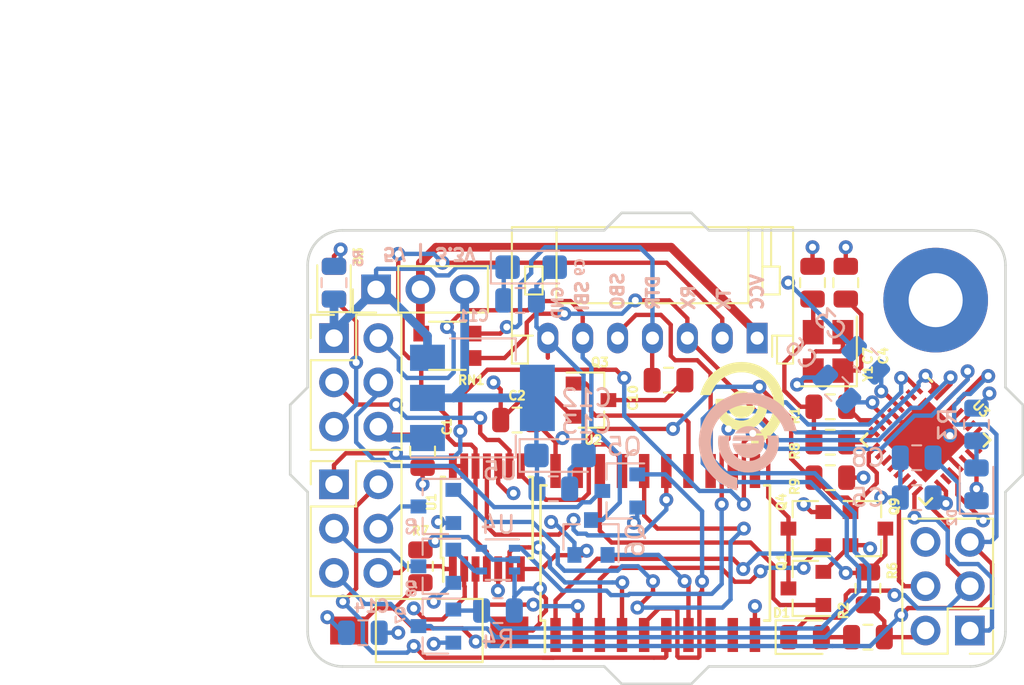
<source format=kicad_pcb>
(kicad_pcb (version 20171130) (host pcbnew "(5.0.0)")
  (layers (0 F.Cu signal) (1 In1.Cu signal) (2 In2.Cu signal) (31 B.Cu signal) (34 B.Paste user) (35 F.Paste user) (36 B.SilkS user) (37 F.SilkS user) (38 B.Mask user) (39 F.Mask user) (44 Edge.Cuts user))
  (net 0 "")
  (net 1 +5V)
  (net 2 Earth)
  (net 3 /XTAL2)
  (net 4 "Net-(C8-Pad1)")
  (net 5 /MCU-DTR)
  (net 6 "Net-(C10-Pad1)")
  (net 7 +3V3)
  (net 8 /RST)
  (net 9 /SCK)
  (net 10 "Net-(D1-Pad2)")
  (net 11 "Net-(D2-Pad2)")
  (net 12 "Net-(D2-Pad1)")
  (net 13 "Net-(D3-Pad2)")
  (net 14 /CBUS-B)
  (net 15 /CBUS-TX)
  (net 16 /CBUS-RX)
  (net 17 /FBUS-TX)
  (net 18 /BUSY)
  (net 19 /FBUS-RX)
  (net 20 /MIS)
  (net 21 /FBUS-DTR)
  (net 22 /MOS)
  (net 23 VCOM)
  (net 24 /MCU-TX)
  (net 25 /MCU-RX)
  (net 26 /MCU-SBO)
  (net 27 /MISO)
  (net 28 /MOSI)
  (net 29 "Net-(Q1-Pad1)")
  (net 30 "Net-(Q2-Pad1)")
  (net 31 "Net-(Q3-Pad1)")
  (net 32 "Net-(Q4-Pad1)")
  (net 33 "Net-(Q5-Pad1)")
  (net 34 "Net-(Q6-Pad1)")
  (net 35 /BUSY-SEL)
  (net 36 "Net-(Q8-Pad1)")
  (net 37 /NCS)
  (net 38 "Net-(U1-Pad3)")
  (net 39 "Net-(U1-Pad6)")
  (net 40 "Net-(U1-Pad8)")
  (net 41 "Net-(U1-Pad11)")
  (net 42 "Net-(U2-Pad8)")
  (net 43 "Net-(U2-Pad9)")
  (net 44 "Net-(U2-Pad11)")
  (net 45 "Net-(U2-Pad12)")
  (net 46 "Net-(U3-Pad2)")
  (net 47 "Net-(U3-Pad10)")
  (net 48 "Net-(U3-Pad11)")
  (net 49 "Net-(U3-Pad12)")
  (net 50 "Net-(U3-Pad13)")
  (net 51 "Net-(U3-Pad14)")
  (net 52 "Net-(U3-Pad19)")
  (net 53 "Net-(U3-Pad22)")
  (net 54 "Net-(U3-Pad24)")
  (net 55 "Net-(U3-Pad25)")
  (net 56 "Net-(U3-Pad26)")
  (net 57 "Net-(U3-Pad27)")
  (net 58 "Net-(U3-Pad28)")
  (net 59 "Net-(U3-Pad31)")
  (net 60 "Net-(C7-Pad1)")
  (net 61 /XTAL1)
  (net 62 /CS)
  (module Capacitor_Tantalum_SMD:CP_EIA-3216-12_Kemet-S (layer B.Cu) (at 116.713 45.212)
    (fp_text reference C9 (at 2.794 0 90) (layer B.SilkS) (effects (font (size 0.5 0.5) (thickness 0.125)) (justify mirror)))
    (fp_text value 10u)
    (pad 1 smd roundrect (at -1.35 0) (size 1.4 1.35) (layers B.Cu B.Paste B.Mask) (roundrect_rratio 0.185185) (net 1 +5V))
    (pad 2 smd roundrect (at 1.35 0) (size 1.4 1.35) (layers B.Cu B.Paste B.Mask) (roundrect_rratio 0.185185) (net 2 Earth))
  )
  (module Capacitor_SMD:C_0805_2012Metric (layer B.Cu) (at 116.078 47.117)
    (fp_text reference C11 (at -2.667 0.889) (layer B.SilkS) (effects (font (size 0.6 0.6)) (justify mirror)))
    (fp_text value 4.7u)
    (pad 1 smd roundrect (at -0.9375 0) (size 0.975 1.4) (layers B.Cu B.Paste B.Mask) (net 1 +5V))
    (pad 2 smd roundrect (at 0.9375 0) (size 0.975 1.4) (layers B.Cu B.Paste B.Mask) (net 2 Earth))
  )
  (module Capacitor_Tantalum_SMD:CP_EIA-3216-12_Kemet-S (layer B.Cu) (at 118.364 56.007)
    (fp_text reference C12 (at 1.524 -3.302) (layer B.SilkS) (effects (justify mirror)))
    (fp_text value 10u)
    (pad 2 smd roundrect (at 1.35 0) (size 1.4 1.35) (layers B.Cu B.Paste B.Mask) (roundrect_rratio 0.185185) (net 2 Earth))
    (pad 1 smd roundrect (at -1.35 0) (size 1.4 1.35) (layers B.Cu B.Paste B.Mask) (roundrect_rratio 0.185185) (net 7 +3V3))
  )
  (module Capacitor_SMD:C_0805_2012Metric (layer B.Cu) (at 117.983 57.912)
    (fp_text reference C13 (at 1.905 -3.683) (layer B.SilkS) (effects (justify mirror)))
    (fp_text value 4.7u)
    (pad 2 smd roundrect (at 0.9375 0) (size 0.975 1.4) (layers B.Cu B.Paste B.Mask) (net 2 Earth))
    (pad 1 smd roundrect (at -0.9375 0) (size 0.975 1.4) (layers B.Cu B.Paste B.Mask) (net 7 +3V3))
  )
  (module LED_SMD:LED_0805_2012Metric (layer F.Cu) (at 132.4125 66.421)
    (fp_text reference D1 (at -1.3485 -1.397) (layer F.SilkS) (effects (font (size 0.5 0.5) (thickness 0.125))))
    (fp_text value LED_ALT)
    (pad 1 smd roundrect (at -0.9375 0) (size 0.975 1.4) (layers F.Cu F.Paste F.Mask) (net 9 /SCK))
    (pad 2 smd roundrect (at 0.9375 0) (size 0.975 1.4) (layers F.Cu F.Paste F.Mask) (net 10 "Net-(D1-Pad2)"))
  )
  (module LED_SMD:LED_0805_2012Metric (layer B.Cu) (at 142.24 57.658 90)
    (fp_text reference D2 (at -1.905 -1.397 270) (layer B.SilkS) (effects (font (size 0.5 0.5) (thickness 0.125)) (justify mirror)))
    (fp_text value LED_ALT)
    (pad 2 smd roundrect (at 0.9375 0 90) (size 0.975 1.4) (layers B.Cu B.Paste B.Mask) (net 11 "Net-(D2-Pad2)"))
    (pad 1 smd roundrect (at -0.9375 0 90) (size 0.975 1.4) (layers B.Cu B.Paste B.Mask) (net 12 "Net-(D2-Pad1)"))
  )
  (module LED_SMD:LED_0805_2012Metric (layer F.Cu) (at 105.41 46.101 90)
    (fp_text reference D3 (at 1.524 1.397 90) (layer F.SilkS) (effects (font (size 0.5 0.5) (thickness 0.125))))
    (fp_text value LED_ALT)
    (pad 1 smd roundrect (at -0.9375 0 90) (size 0.975 1.4) (layers F.Cu F.Paste F.Mask) (net 2 Earth))
    (pad 2 smd roundrect (at 0.9375 0 90) (size 0.975 1.4) (layers F.Cu F.Paste F.Mask) (net 13 "Net-(D3-Pad2)"))
  )
  (module Connector_PinHeader_2.54mm:PinHeader_2x03_P2.54mm_Vertical (layer F.Cu) (at 105.41 49.276)
    (fp_text reference J1 hide)
    (fp_text value Conn_02x03_Odd_Even)
    (pad 1 thru_hole rect (at 0 0) (size 1.7 1.7) (drill 1) (layers *.Cu *.Mask) (net 1 +5V))
    (pad 2 thru_hole oval (at 2.54 0) (size 1.7 1.7) (drill 1) (layers *.Cu *.Mask) (net 14 /CBUS-B))
    (pad 3 thru_hole oval (at 0 2.54) (size 1.7 1.7) (drill 1) (layers *.Cu *.Mask) (net 15 /CBUS-TX))
    (pad 4 thru_hole oval (at 2.54 2.54) (size 1.7 1.7) (drill 1) (layers *.Cu *.Mask) (net 16 /CBUS-RX))
    (pad 5 thru_hole oval (at 0 5.08) (size 1.7 1.7) (drill 1) (layers *.Cu *.Mask) (net 2 Earth))
    (pad 6 thru_hole oval (at 2.54 5.08) (size 1.7 1.7) (drill 1) (layers *.Cu *.Mask) (net 2 Earth))
  )
  (module Connector_PinHeader_2.54mm:PinHeader_2x03_P2.54mm_Vertical (layer F.Cu) (at 105.41 57.658)
    (fp_text reference J2 hide)
    (fp_text value Conn_02x03_Odd_Even)
    (pad 6 thru_hole oval (at 2.54 5.08) (size 1.7 1.7) (drill 1) (layers *.Cu *.Mask) (net 17 /FBUS-TX))
    (pad 5 thru_hole oval (at 0 5.08) (size 1.7 1.7) (drill 1) (layers *.Cu *.Mask) (net 18 /BUSY))
    (pad 4 thru_hole oval (at 2.54 2.54) (size 1.7 1.7) (drill 1) (layers *.Cu *.Mask) (net 19 /FBUS-RX))
    (pad 3 thru_hole oval (at 0 2.54) (size 1.7 1.7) (drill 1) (layers *.Cu *.Mask) (net 20 /MIS))
    (pad 2 thru_hole oval (at 2.54 0) (size 1.7 1.7) (drill 1) (layers *.Cu *.Mask) (net 21 /FBUS-DTR))
    (pad 1 thru_hole rect (at 0 0) (size 1.7 1.7) (drill 1) (layers *.Cu *.Mask) (net 22 /MOS))
  )
  (module Connector_PinHeader_2.54mm:PinHeader_1x03_P2.54mm_Vertical (layer F.Cu) (at 107.823 46.482 90)
    (fp_text reference J3 hide)
    (fp_text value Conn_01x03)
    (pad 1 thru_hole rect (at 0 0 90) (size 1.7 1.7) (drill 1) (layers *.Cu *.Mask) (net 1 +5V))
    (pad 2 thru_hole oval (at 0 2.54 90) (size 1.7 1.7) (drill 1) (layers *.Cu *.Mask) (net 23 VCOM))
    (pad 3 thru_hole oval (at 0 5.08 90) (size 1.7 1.7) (drill 1) (layers *.Cu *.Mask) (net 7 +3V3))
  )
  (module Connector_JST:JST_PH_S7B-PH-K_1x07_P2.00mm_Horizontal (layer F.Cu) (at 129.667 49.276 180)
    (fp_text reference J4 hide)
    (fp_text value Conn_01x07)
    (pad 1 thru_hole rect (at 0 0 180) (size 1.2 1.75) (drill 0.75) (layers *.Cu *.Mask) (net 23 VCOM))
    (pad 2 thru_hole oval (at 2 0 180) (size 1.2 1.75) (drill 0.75) (layers *.Cu *.Mask) (net 24 /MCU-TX))
    (pad 3 thru_hole oval (at 4 0 180) (size 1.2 1.75) (drill 0.75) (layers *.Cu *.Mask) (net 25 /MCU-RX))
    (pad 4 thru_hole oval (at 6 0 180) (size 1.2 1.75) (drill 0.75) (layers *.Cu *.Mask) (net 6 "Net-(C10-Pad1)"))
    (pad 5 thru_hole oval (at 8 0 180) (size 1.2 1.75) (drill 0.75) (layers *.Cu *.Mask) (net 26 /MCU-SBO))
    (pad 6 thru_hole oval (at 10 0 180) (size 1.2 1.75) (drill 0.75) (layers *.Cu *.Mask) (net 14 /CBUS-B))
    (pad 7 thru_hole oval (at 12 0 180) (size 1.2 1.75) (drill 0.75) (layers *.Cu *.Mask) (net 2 Earth))
  )
  (module Connector_PinHeader_2.54mm:PinHeader_2x03_P2.54mm_Vertical (layer F.Cu) (at 141.859 66.04 180)
    (fp_text reference J5 hide)
    (fp_text value Conn_02x03_Odd_Even)
    (pad 1 thru_hole rect (at 0 0 180) (size 1.7 1.7) (drill 1) (layers *.Cu *.Mask) (net 27 /MISO))
    (pad 2 thru_hole oval (at 2.54 0 180) (size 1.7 1.7) (drill 1) (layers *.Cu *.Mask) (net 1 +5V))
    (pad 3 thru_hole oval (at 0 2.54 180) (size 1.7 1.7) (drill 1) (layers *.Cu *.Mask) (net 9 /SCK))
    (pad 4 thru_hole oval (at 2.54 2.54 180) (size 1.7 1.7) (drill 1) (layers *.Cu *.Mask) (net 28 /MOSI))
    (pad 5 thru_hole oval (at 0 5.08 180) (size 1.7 1.7) (drill 1) (layers *.Cu *.Mask) (net 8 /RST))
    (pad 6 thru_hole oval (at 2.54 5.08 180) (size 1.7 1.7) (drill 1) (layers *.Cu *.Mask) (net 2 Earth))
  )
  (module Package_TO_SOT_SMD:SOT-23 (layer F.Cu) (at 132.461 63.627 180)
    (fp_text reference Q1 (at 1.397 1.524 270) (layer F.SilkS) (effects (font (size 0.5 0.5) (thickness 0.125))))
    (fp_text value 2N7002)
    (pad 1 smd rect (at -1 -0.95 180) (size 0.9 0.8) (layers F.Cu F.Paste F.Mask) (net 29 "Net-(Q1-Pad1)"))
    (pad 2 smd rect (at -1 0.95 180) (size 0.9 0.8) (layers F.Cu F.Paste F.Mask) (net 2 Earth))
    (pad 3 smd rect (at 1 0 180) (size 0.9 0.8) (layers F.Cu F.Paste F.Mask) (net 25 /MCU-RX))
  )
  (module Package_TO_SOT_SMD:SOT-23 (layer B.Cu) (at 111.252 58.928 180)
    (fp_text reference Q2 (at 1.397 -1.143 270) (layer B.SilkS) (effects (font (size 0.5 0.5) (thickness 0.125)) (justify mirror)))
    (fp_text value 2N7002)
    (pad 1 smd rect (at -1 0.95 180) (size 0.9 0.8) (layers B.Cu B.Paste B.Mask) (net 30 "Net-(Q2-Pad1)"))
    (pad 2 smd rect (at -1 -0.95 180) (size 0.9 0.8) (layers B.Cu B.Paste B.Mask) (net 2 Earth))
    (pad 3 smd rect (at 1 0 180) (size 0.9 0.8) (layers B.Cu B.Paste B.Mask) (net 19 /FBUS-RX))
  )
  (module Package_TO_SOT_SMD:SOT-23 (layer F.Cu) (at 120.142 52.832)
    (fp_text reference Q3 (at 0.508 -2.159) (layer F.SilkS) (effects (font (size 0.5 0.5) (thickness 0.125))))
    (fp_text value 2N7002)
    (pad 3 smd rect (at 1 0) (size 0.9 0.8) (layers F.Cu F.Paste F.Mask) (net 5 /MCU-DTR))
    (pad 2 smd rect (at -1 0.95) (size 0.9 0.8) (layers F.Cu F.Paste F.Mask) (net 2 Earth))
    (pad 1 smd rect (at -1 -0.95) (size 0.9 0.8) (layers F.Cu F.Paste F.Mask) (net 31 "Net-(Q3-Pad1)"))
  )
  (module Package_TO_SOT_SMD:SOT-23 (layer F.Cu) (at 132.461 60.198 180)
    (fp_text reference Q4 (at 1.397 1.524 270) (layer F.SilkS) (effects (font (size 0.5 0.5) (thickness 0.125))))
    (fp_text value 2N7002)
    (pad 1 smd rect (at -1 -0.95 180) (size 0.9 0.8) (layers F.Cu F.Paste F.Mask) (net 32 "Net-(Q4-Pad1)"))
    (pad 2 smd rect (at -1 0.95 180) (size 0.9 0.8) (layers F.Cu F.Paste F.Mask) (net 2 Earth))
    (pad 3 smd rect (at 1 0 180) (size 0.9 0.8) (layers F.Cu F.Paste F.Mask) (net 25 /MCU-RX))
  )
  (module Package_TO_SOT_SMD:SOT-23 (layer B.Cu) (at 121.793 58.039 180)
    (fp_text reference Q5 (at -0.254 2.54 180) (layer B.SilkS) (effects (justify mirror)))
    (fp_text value 2N7002)
    (pad 1 smd rect (at -1 0.95 180) (size 0.9 0.8) (layers B.Cu B.Paste B.Mask) (net 33 "Net-(Q5-Pad1)"))
    (pad 2 smd rect (at -1 -0.95 180) (size 0.9 0.8) (layers B.Cu B.Paste B.Mask) (net 2 Earth))
    (pad 3 smd rect (at 1 0 180) (size 0.9 0.8) (layers B.Cu B.Paste B.Mask) (net 16 /CBUS-RX))
  )
  (module Package_TO_SOT_SMD:SOT-23 (layer B.Cu) (at 120.142 60.706 90)
    (fp_text reference Q6 (at -0.127 2.54 90) (layer B.SilkS) (effects (justify mirror)))
    (fp_text value 2N7002)
    (pad 3 smd rect (at 1 0 90) (size 0.9 0.8) (layers B.Cu B.Paste B.Mask) (net 14 /CBUS-B))
    (pad 2 smd rect (at -1 -0.95 90) (size 0.9 0.8) (layers B.Cu B.Paste B.Mask) (net 2 Earth))
    (pad 1 smd rect (at -1 0.95 90) (size 0.9 0.8) (layers B.Cu B.Paste B.Mask) (net 34 "Net-(Q6-Pad1)"))
  )
  (module Package_TO_SOT_SMD:SOT-23 (layer B.Cu) (at 111.252 65.786 180)
    (fp_text reference Q7 (at 2.032 0.635 270) (layer B.SilkS) (effects (font (size 0.5 0.5) (thickness 0.125)) (justify mirror)))
    (fp_text value 2N7002)
    (pad 1 smd rect (at -1 0.95 180) (size 0.9 0.8) (layers B.Cu B.Paste B.Mask) (net 35 /BUSY-SEL))
    (pad 2 smd rect (at -1 -0.95 180) (size 0.9 0.8) (layers B.Cu B.Paste B.Mask) (net 2 Earth))
    (pad 3 smd rect (at 1 0 180) (size 0.9 0.8) (layers B.Cu B.Paste B.Mask) (net 18 /BUSY))
  )
  (module Package_TO_SOT_SMD:SOT-23 (layer B.Cu) (at 111.252 62.357 180)
    (fp_text reference Q8 (at 1.397 -1.27 270) (layer B.SilkS) (effects (font (size 0.5 0.5) (thickness 0.125)) (justify mirror)))
    (fp_text value 2N7002)
    (pad 3 smd rect (at 1 0 180) (size 0.9 0.8) (layers B.Cu B.Paste B.Mask) (net 20 /MIS))
    (pad 2 smd rect (at -1 -0.95 180) (size 0.9 0.8) (layers B.Cu B.Paste B.Mask) (net 2 Earth))
    (pad 1 smd rect (at -1 0.95 180) (size 0.9 0.8) (layers B.Cu B.Paste B.Mask) (net 36 "Net-(Q8-Pad1)"))
  )
  (module Package_TO_SOT_SMD:SOT-23 (layer F.Cu) (at 136.017 60.198)
    (fp_text reference Q9 (at 1.524 -1.27 90) (layer F.SilkS) (effects (font (size 0.5 0.5) (thickness 0.125))))
    (fp_text value 2N7002)
    (pad 3 smd rect (at 1 0) (size 0.9 0.8) (layers F.Cu F.Paste F.Mask) (net 37 /NCS))
    (pad 2 smd rect (at -1 0.95) (size 0.9 0.8) (layers F.Cu F.Paste F.Mask) (net 2 Earth))
    (pad 1 smd rect (at -1 -0.95) (size 0.9 0.8) (layers F.Cu F.Paste F.Mask) (net 62 /CS))
  )
  (module Resistor_SMD:R_0805_2012Metric (layer F.Cu) (at 133.858 53.213)
    (fp_text reference R1 (at -2.032 0.508 90) (layer F.SilkS) (effects (font (size 0.5 0.5) (thickness 0.125))))
    (fp_text value 1M)
    (pad 1 smd roundrect (at -0.9375 0) (size 0.975 1.4) (layers F.Cu F.Paste F.Mask) (net 60 "Net-(C7-Pad1)"))
    (pad 2 smd roundrect (at 0.9375 0) (size 0.975 1.4) (layers F.Cu F.Paste F.Mask) (net 61 /XTAL1))
  )
  (module Resistor_SMD:R_0805_2012Metric (layer F.Cu) (at 136.017 66.421 180)
    (fp_text reference R2 (at 1.397 1.524 270) (layer F.SilkS) (effects (font (size 0.5 0.5) (thickness 0.125))))
    (fp_text value 1k)
    (pad 2 smd roundrect (at 0.9375 0 180) (size 0.975 1.4) (layers F.Cu F.Paste F.Mask) (net 10 "Net-(D1-Pad2)"))
    (pad 1 smd roundrect (at -0.9375 0 180) (size 0.975 1.4) (layers F.Cu F.Paste F.Mask) (net 1 +5V))
  )
  (module Resistor_SMD:R_0805_2012Metric (layer B.Cu) (at 142.24 54.229 270)
    (fp_text reference R3 (at 0 1.65 270) (layer B.SilkS) (effects (justify mirror)))
    (fp_text value 1k)
    (pad 1 smd roundrect (at -0.9375 0 270) (size 0.975 1.4) (layers B.Cu B.Paste B.Mask) (net 1 +5V))
    (pad 2 smd roundrect (at 0.9375 0 270) (size 0.975 1.4) (layers B.Cu B.Paste B.Mask) (net 11 "Net-(D2-Pad2)"))
  )
  (module Resistor_SMD:R_0805_2012Metric (layer B.Cu) (at 114.808 64.897)
    (fp_text reference R4 (at 0 1.65) (layer B.SilkS) (effects (justify mirror)))
    (fp_text value 10k)
    (pad 1 smd roundrect (at -0.9375 0) (size 0.975 1.4) (layers B.Cu B.Paste B.Mask) (net 35 /BUSY-SEL))
    (pad 2 smd roundrect (at 0.9375 0) (size 0.975 1.4) (layers B.Cu B.Paste B.Mask) (net 2 Earth))
  )
  (module Resistor_SMD:R_0805_2012Metric (layer B.Cu) (at 105.41 46.101 90)
    (fp_text reference R5 (at 1.397 1.397 270) (layer B.SilkS) (effects (font (size 0.5 0.5) (thickness 0.125)) (justify mirror)))
    (fp_text value 1k)
    (pad 2 smd roundrect (at 0.9375 0 90) (size 0.975 1.4) (layers B.Cu B.Paste B.Mask) (net 13 "Net-(D3-Pad2)"))
    (pad 1 smd roundrect (at -0.9375 0 90) (size 0.975 1.4) (layers B.Cu B.Paste B.Mask) (net 1 +5V))
  )
  (module Resistor_SMD:R_0805_2012Metric (layer F.Cu) (at 136.017 63.627 90)
    (fp_text reference R6 (at 1.016 1.397 90) (layer F.SilkS) (effects (font (size 0.5 0.5) (thickness 0.125))))
    (fp_text value 10k)
    (pad 1 smd roundrect (at -0.9375 0 90) (size 0.975 1.4) (layers F.Cu F.Paste F.Mask) (net 1 +5V))
    (pad 2 smd roundrect (at 0.9375 0 90) (size 0.975 1.4) (layers F.Cu F.Paste F.Mask) (net 37 /NCS))
  )
  (module Resistor_SMD:R_0805_2012Metric (layer F.Cu) (at 110.363 62.357 270)
    (fp_text reference R7 (at -2.032 0) (layer F.SilkS) (effects (font (size 0.5 0.5) (thickness 0.125))))
    (fp_text value 10k)
    (pad 2 smd roundrect (at 0.9375 0 270) (size 0.975 1.4) (layers F.Cu F.Paste F.Mask) (net 8 /RST))
    (pad 1 smd roundrect (at -0.9375 0 270) (size 0.975 1.4) (layers F.Cu F.Paste F.Mask) (net 1 +5V))
  )
  (module Resistor_SMD:R_Array_Convex_2x1206 (layer F.Cu) (at 111.911 49.719)
    (fp_text reference RN1 (at 1.373 1.97) (layer F.SilkS) (effects (font (size 0.5 0.5) (thickness 0.125))))
    (fp_text value 1k)
    (pad 1 smd rect (at -1.5 -0.7) (size 0.9 0.9) (layers F.Cu F.Paste F.Mask) (net 23 VCOM))
    (pad 2 smd rect (at -1.5 0.7) (size 0.9 0.9) (layers F.Cu F.Paste F.Mask) (net 24 /MCU-TX))
    (pad 3 smd rect (at 1.5 0.7) (size 0.9 0.9) (layers F.Cu F.Paste F.Mask) (net 25 /MCU-RX))
    (pad 4 smd rect (at 1.5 -0.7) (size 0.9 0.9) (layers F.Cu F.Paste F.Mask) (net 6 "Net-(C10-Pad1)"))
  )
  (module Button_Switch_SMD:SW_SPST_FSMSM (layer F.Cu) (at 110.871 66.04)
    (fp_text reference SW1 hide)
    (fp_text value SW_Push)
    (pad 1 smd rect (at -4.59 0) (size 2.18 1.6) (layers F.Cu F.Paste F.Mask) (net 8 /RST))
    (pad 2 smd rect (at 4.59 0) (size 2.18 1.6) (layers F.Cu F.Paste F.Mask) (net 2 Earth))
  )
  (module Package_SO:TSSOP-14_4.4x5mm_P0.65mm (layer F.Cu) (at 114.173 59.563 90)
    (fp_text reference U1 (at 0.889 -3.175 90) (layer F.SilkS) (effects (font (size 0.5 0.5) (thickness 0.125))))
    (fp_text value 74LS00)
    (pad 1 smd rect (at -2.95 -1.95 90) (size 1.45 0.45) (layers F.Cu F.Paste F.Mask) (net 17 /FBUS-TX))
    (pad 2 smd rect (at -2.95 -1.3 90) (size 1.45 0.45) (layers F.Cu F.Paste F.Mask) (net 1 +5V))
    (pad 3 smd rect (at -2.95 -0.65 90) (size 1.45 0.45) (layers F.Cu F.Paste F.Mask) (net 38 "Net-(U1-Pad3)"))
    (pad 4 smd rect (at -2.95 0 90) (size 1.45 0.45) (layers F.Cu F.Paste F.Mask) (net 24 /MCU-TX))
    (pad 5 smd rect (at -2.95 0.65 90) (size 1.45 0.45) (layers F.Cu F.Paste F.Mask) (net 1 +5V))
    (pad 6 smd rect (at -2.95 1.3 90) (size 1.45 0.45) (layers F.Cu F.Paste F.Mask) (net 39 "Net-(U1-Pad6)"))
    (pad 7 smd rect (at -2.95 1.95 90) (size 1.45 0.45) (layers F.Cu F.Paste F.Mask) (net 2 Earth))
    (pad 8 smd rect (at 2.95 1.95 90) (size 1.45 0.45) (layers F.Cu F.Paste F.Mask) (net 40 "Net-(U1-Pad8)"))
    (pad 9 smd rect (at 2.95 1.3 90) (size 1.45 0.45) (layers F.Cu F.Paste F.Mask) (net 15 /CBUS-TX))
    (pad 10 smd rect (at 2.95 0.65 90) (size 1.45 0.45) (layers F.Cu F.Paste F.Mask) (net 1 +5V))
    (pad 11 smd rect (at 2.95 0 90) (size 1.45 0.45) (layers F.Cu F.Paste F.Mask) (net 41 "Net-(U1-Pad11)"))
    (pad 12 smd rect (at 2.95 -0.65 90) (size 1.45 0.45) (layers F.Cu F.Paste F.Mask) (net 24 /MCU-TX))
    (pad 13 smd rect (at 2.95 -1.3 90) (size 1.45 0.45) (layers F.Cu F.Paste F.Mask) (net 1 +5V))
    (pad 14 smd rect (at 2.95 -1.95 90) (size 1.45 0.45) (layers F.Cu F.Paste F.Mask) (net 1 +5V))
  )
  (module Package_SO:SOIC-20W_7.5x12.8mm_P1.27mm (layer F.Cu) (at 123.825 61.595 90)
    (fp_text reference U2 (at 6.477 -3.556 180) (layer F.SilkS) (effects (font (size 0.5 0.5) (thickness 0.125))))
    (fp_text value 74HC244)
    (pad 1 smd rect (at -4.7 -5.715 90) (size 1.95 0.6) (layers F.Cu F.Paste F.Mask) (net 37 /NCS))
    (pad 2 smd rect (at -4.7 -4.445 90) (size 1.95 0.6) (layers F.Cu F.Paste F.Mask) (net 38 "Net-(U1-Pad3)"))
    (pad 3 smd rect (at -4.7 -3.175 90) (size 1.95 0.6) (layers F.Cu F.Paste F.Mask) (net 32 "Net-(Q4-Pad1)"))
    (pad 4 smd rect (at -4.7 -1.905 90) (size 1.95 0.6) (layers F.Cu F.Paste F.Mask) (net 39 "Net-(U1-Pad6)"))
    (pad 5 smd rect (at -4.7 -0.635 90) (size 1.95 0.6) (layers F.Cu F.Paste F.Mask) (net 33 "Net-(Q5-Pad1)"))
    (pad 6 smd rect (at -4.7 0.635 90) (size 1.95 0.6) (layers F.Cu F.Paste F.Mask) (net 21 /FBUS-DTR))
    (pad 7 smd rect (at -4.7 1.905 90) (size 1.95 0.6) (layers F.Cu F.Paste F.Mask) (net 34 "Net-(Q6-Pad1)"))
    (pad 8 smd rect (at -4.7 3.175 90) (size 1.95 0.6) (layers F.Cu F.Paste F.Mask) (net 42 "Net-(U2-Pad8)"))
    (pad 9 smd rect (at -4.7 4.445 90) (size 1.95 0.6) (layers F.Cu F.Paste F.Mask) (net 43 "Net-(U2-Pad9)"))
    (pad 10 smd rect (at -4.7 5.715 90) (size 1.95 0.6) (layers F.Cu F.Paste F.Mask) (net 2 Earth))
    (pad 11 smd rect (at 4.7 5.715 90) (size 1.95 0.6) (layers F.Cu F.Paste F.Mask) (net 44 "Net-(U2-Pad11)"))
    (pad 12 smd rect (at 4.7 4.445 90) (size 1.95 0.6) (layers F.Cu F.Paste F.Mask) (net 45 "Net-(U2-Pad12)"))
    (pad 13 smd rect (at 4.7 3.175 90) (size 1.95 0.6) (layers F.Cu F.Paste F.Mask) (net 26 /MCU-SBO))
    (pad 14 smd rect (at 4.7 1.905 90) (size 1.95 0.6) (layers F.Cu F.Paste F.Mask) (net 31 "Net-(Q3-Pad1)"))
    (pad 15 smd rect (at 4.7 0.635 90) (size 1.95 0.6) (layers F.Cu F.Paste F.Mask) (net 41 "Net-(U1-Pad11)"))
    (pad 16 smd rect (at 4.7 -0.635 90) (size 1.95 0.6) (layers F.Cu F.Paste F.Mask) (net 30 "Net-(Q2-Pad1)"))
    (pad 17 smd rect (at 4.7 -1.905 90) (size 1.95 0.6) (layers F.Cu F.Paste F.Mask) (net 40 "Net-(U1-Pad8)"))
    (pad 18 smd rect (at 4.7 -3.175 90) (size 1.95 0.6) (layers F.Cu F.Paste F.Mask) (net 29 "Net-(Q1-Pad1)"))
    (pad 19 smd rect (at 4.7 -4.445 90) (size 1.95 0.6) (layers F.Cu F.Paste F.Mask) (net 62 /CS))
    (pad 20 smd rect (at 4.7 -5.715 90) (size 1.95 0.6) (layers F.Cu F.Paste F.Mask) (net 1 +5V))
  )
  (module Package_DFN_QFN:QFN-32-1EP_5x5mm_P0.5mm_EP3.45x3.45mm (layer F.Cu) (at 139.319 55.118 315)
    (fp_text reference U3 (at 0.987828 -3.5023 315) (layer F.SilkS) (effects (font (size 0.5 0.5) (thickness 0.125))))
    (fp_text value ATmega328P-MU)
    (pad 1 smd rect (at -2.4 -1.75 315) (size 0.7 0.25) (layers F.Cu F.Paste F.Mask) (net 35 /BUSY-SEL))
    (pad 2 smd rect (at -2.4 -1.25 315) (size 0.7 0.25) (layers F.Cu F.Paste F.Mask) (net 46 "Net-(U3-Pad2)"))
    (pad 3 smd rect (at -2.4 -0.75 315) (size 0.7 0.25) (layers F.Cu F.Paste F.Mask) (net 2 Earth))
    (pad 4 smd rect (at -2.4 -0.25 315) (size 0.7 0.25) (layers F.Cu F.Paste F.Mask) (net 1 +5V))
    (pad 5 smd rect (at -2.4 0.25 315) (size 0.7 0.25) (layers F.Cu F.Paste F.Mask) (net 2 Earth))
    (pad 6 smd rect (at -2.4 0.75 315) (size 0.7 0.25) (layers F.Cu F.Paste F.Mask) (net 1 +5V))
    (pad 7 smd rect (at -2.4 1.25 315) (size 0.7 0.25) (layers F.Cu F.Paste F.Mask) (net 61 /XTAL1))
    (pad 8 smd rect (at -2.4 1.75 315) (size 0.7 0.25) (layers F.Cu F.Paste F.Mask) (net 3 /XTAL2))
    (pad 9 smd rect (at -1.75 2.4 45) (size 0.7 0.25) (layers F.Cu F.Paste F.Mask) (net 62 /CS))
    (pad 10 smd rect (at -1.25 2.4 45) (size 0.7 0.25) (layers F.Cu F.Paste F.Mask) (net 47 "Net-(U3-Pad10)"))
    (pad 11 smd rect (at -0.75 2.4 45) (size 0.7 0.25) (layers F.Cu F.Paste F.Mask) (net 48 "Net-(U3-Pad11)"))
    (pad 12 smd rect (at -0.25 2.4 45) (size 0.7 0.25) (layers F.Cu F.Paste F.Mask) (net 49 "Net-(U3-Pad12)"))
    (pad 13 smd rect (at 0.25 2.4 45) (size 0.7 0.25) (layers F.Cu F.Paste F.Mask) (net 50 "Net-(U3-Pad13)"))
    (pad 14 smd rect (at 0.75 2.4 45) (size 0.7 0.25) (layers F.Cu F.Paste F.Mask) (net 51 "Net-(U3-Pad14)"))
    (pad 15 smd rect (at 1.25 2.4 45) (size 0.7 0.25) (layers F.Cu F.Paste F.Mask) (net 28 /MOSI))
    (pad 16 smd rect (at 1.75 2.4 45) (size 0.7 0.25) (layers F.Cu F.Paste F.Mask) (net 27 /MISO))
    (pad 17 smd rect (at 2.4 1.75 315) (size 0.7 0.25) (layers F.Cu F.Paste F.Mask) (net 9 /SCK))
    (pad 18 smd rect (at 2.4 1.25 315) (size 0.7 0.25) (layers F.Cu F.Paste F.Mask) (net 1 +5V))
    (pad 19 smd rect (at 2.4 0.75 315) (size 0.7 0.25) (layers F.Cu F.Paste F.Mask) (net 52 "Net-(U3-Pad19)"))
    (pad 20 smd rect (at 2.4 0.25 315) (size 0.7 0.25) (layers F.Cu F.Paste F.Mask) (net 4 "Net-(C8-Pad1)"))
    (pad 21 smd rect (at 2.4 -0.25 315) (size 0.7 0.25) (layers F.Cu F.Paste F.Mask) (net 2 Earth))
    (pad 22 smd rect (at 2.4 -0.75 315) (size 0.7 0.25) (layers F.Cu F.Paste F.Mask) (net 53 "Net-(U3-Pad22)"))
    (pad 23 smd rect (at 2.4 -1.25 315) (size 0.7 0.25) (layers F.Cu F.Paste F.Mask) (net 12 "Net-(D2-Pad1)"))
    (pad 24 smd rect (at 2.4 -1.75 315) (size 0.7 0.25) (layers F.Cu F.Paste F.Mask) (net 54 "Net-(U3-Pad24)"))
    (pad 25 smd rect (at 1.75 -2.4 45) (size 0.7 0.25) (layers F.Cu F.Paste F.Mask) (net 55 "Net-(U3-Pad25)"))
    (pad 26 smd rect (at 1.25 -2.4 45) (size 0.7 0.25) (layers F.Cu F.Paste F.Mask) (net 56 "Net-(U3-Pad26)"))
    (pad 27 smd rect (at 0.75 -2.4 45) (size 0.7 0.25) (layers F.Cu F.Paste F.Mask) (net 57 "Net-(U3-Pad27)"))
    (pad 28 smd rect (at 0.25 -2.4 45) (size 0.7 0.25) (layers F.Cu F.Paste F.Mask) (net 58 "Net-(U3-Pad28)"))
    (pad 29 smd rect (at -0.25 -2.4 45) (size 0.7 0.25) (layers F.Cu F.Paste F.Mask) (net 8 /RST))
    (pad 30 smd rect (at -0.75 -2.4 45) (size 0.7 0.25) (layers F.Cu F.Paste F.Mask) (net 22 /MOS))
    (pad 31 smd rect (at -1.25 -2.4 45) (size 0.7 0.25) (layers F.Cu F.Paste F.Mask) (net 59 "Net-(U3-Pad31)"))
    (pad 32 smd rect (at -1.75 -2.4 45) (size 0.7 0.25) (layers F.Cu F.Paste F.Mask) (net 18 /BUSY))
    (pad 33 smd rect (at 0 0 315) (size 3.45 3.45) (layers F.Cu F.Mask) (net 2 Earth))
  )
  (module Package_TO_SOT_SMD:SOT-353_SC-70-5 (layer B.Cu) (at 114.808 61.976 180)
    (fp_text reference U4 (at 0 2 180) (layer B.SilkS) (effects (justify mirror)))
    (fp_text value 74LVC1G00)
    (pad 1 smd rect (at -0.95 0.65 180) (size 0.65 0.4) (layers B.Cu B.Paste B.Mask) (net 59 "Net-(U3-Pad31)"))
    (pad 3 smd rect (at -0.95 -0.65 180) (size 0.65 0.4) (layers B.Cu B.Paste B.Mask) (net 2 Earth))
    (pad 2 smd rect (at -0.95 0 180) (size 0.65 0.4) (layers B.Cu B.Paste B.Mask) (net 1 +5V))
    (pad 4 smd rect (at 0.95 -0.65 180) (size 0.65 0.4) (layers B.Cu B.Paste B.Mask) (net 36 "Net-(Q8-Pad1)"))
    (pad 5 smd rect (at 0.95 0.65 180) (size 0.65 0.4) (layers B.Cu B.Paste B.Mask) (net 1 +5V))
  )
  (module Package_TO_SOT_SMD:SOT-223-3_TabPin2 (layer B.Cu) (at 113.919 52.705)
    (fp_text reference U5 (at 1.016 4.191) (layer B.SilkS) (effects (justify mirror)))
    (fp_text value AMS1117-3.3)
    (pad 2 smd rect (at 3.15 0) (size 2 3.8) (layers B.Cu B.Paste B.Mask) (net 7 +3V3))
    (pad 2 smd rect (at -3.15 0) (size 2 1.5) (layers B.Cu B.Paste B.Mask) (net 7 +3V3))
    (pad 3 smd rect (at -3.15 -2.3) (size 2 1.5) (layers B.Cu B.Paste B.Mask) (net 1 +5V))
    (pad 1 smd rect (at -3.15 2.3) (size 2 1.5) (layers B.Cu B.Paste B.Mask) (net 2 Earth))
  )
  (module Crystal:Crystal_SMD_3225-4Pin_3.2x2.5mm (layer F.Cu) (at 133.731 50.038 90)
    (fp_text reference Y1 (at -1.27 2.286 270) (layer F.SilkS) (effects (font (size 0.5 0.5) (thickness 0.125))))
    (fp_text value 16MHz_Crystal_GND24)
    (pad 1 smd rect (at -1.1 0.85 90) (size 1.4 1.2) (layers F.Cu F.Paste F.Mask) (net 61 /XTAL1))
    (pad 2 smd rect (at 1.1 0.85 90) (size 1.4 1.2) (layers F.Cu F.Paste F.Mask) (net 2 Earth))
    (pad 3 smd rect (at 1.1 -0.85 90) (size 1.4 1.2) (layers F.Cu F.Paste F.Mask) (net 60 "Net-(C7-Pad1)"))
    (pad 4 smd rect (at -1.1 -0.85 90) (size 1.4 1.2) (layers F.Cu F.Paste F.Mask) (net 2 Earth))
  )
  (module custom:Screw_M3 (layer F.Cu) (at 139.9 47.1)
    (fp_text reference REF** hide)
    (fp_text value Screw_M3)
    (pad 1 thru_hole circle (at 0 0) (size 6 6) (drill 3.1) (layers *.Cu *.Mask) (clearance 0.9))
  )
  (module Resistor_SMD:R_0805_2012Metric (layer F.Cu) (at 133.858 55.245)
    (fp_text reference R8 (at -2.032 0.508 90) (layer F.SilkS) (effects (font (size 0.5 0.5) (thickness 0.125))))
    (fp_text value 0R)
    (pad 1 smd roundrect (at -0.9375 0) (size 0.975 1.4) (layers F.Cu F.Paste F.Mask) (net 60 "Net-(C7-Pad1)"))
    (pad 2 smd roundrect (at 0.9375 0) (size 0.975 1.4) (layers F.Cu F.Paste F.Mask) (net 3 /XTAL2))
  )
  (module Resistor_SMD:R_0805_2012Metric (layer F.Cu) (at 133.858 57.277)
    (fp_text reference R9 (at -2.032 0.508 90) (layer F.SilkS) (effects (font (size 0.5 0.5) (thickness 0.125))))
    (fp_text value 10k)
    (pad 1 smd roundrect (at -0.9375 0) (size 0.975 1.4) (layers F.Cu F.Paste F.Mask) (net 62 /CS))
    (pad 2 smd roundrect (at 0.9375 0) (size 0.975 1.4) (layers F.Cu F.Paste F.Mask) (net 2 Earth))
  )
  (module Capacitor_SMD:C_0805_2012Metric (layer F.Cu) (at 110.49 55.753 270)
    (fp_text reference C1 (at -1.397 -1.397 270) (layer F.SilkS) (effects (font (size 0.5 0.5) (thickness 0.125))))
    (fp_text value 100n)
    (pad 1 smd roundrect (at -0.9375 0 270) (size 0.975 1.4) (layers F.Cu F.Paste F.Mask) (net 2 Earth))
    (pad 2 smd roundrect (at 0.9375 0 270) (size 0.975 1.4) (layers F.Cu F.Paste F.Mask) (net 1 +5V))
  )
  (module Capacitor_SMD:C_0805_2012Metric (layer F.Cu) (at 115.9025 53.975)
    (fp_text reference C2 (at 0 -1.397) (layer F.SilkS) (effects (font (size 0.5 0.5) (thickness 0.125))))
    (fp_text value 100n)
    (pad 1 smd roundrect (at -0.9375 0) (size 0.975 1.4) (layers F.Cu F.Paste F.Mask) (net 2 Earth))
    (pad 2 smd roundrect (at 0.9375 0) (size 0.975 1.4) (layers F.Cu F.Paste F.Mask) (net 1 +5V))
  )
  (module Capacitor_SMD:C_0805_2012Metric (layer B.Cu) (at 135.89 50.546 135)
    (fp_text reference C3 (at 2.873682 0 135) (layer B.SilkS) (effects (justify mirror)))
    (fp_text value 100n)
    (pad 2 smd roundrect (at 0.937501 0 135) (size 0.975 1.4) (layers B.Cu B.Paste B.Mask) (net 2 Earth))
    (pad 1 smd roundrect (at -0.937501 0 135) (size 0.975 1.4) (layers B.Cu B.Paste B.Mask) (net 1 +5V))
  )
  (module Capacitor_SMD:C_0805_2012Metric (layer F.Cu) (at 134.747 46.101 90)
    (fp_text reference C4 (at -4.191 2.159 90) (layer F.SilkS) (effects (font (size 0.5 0.5) (thickness 0.125))))
    (fp_text value 15pF)
    (pad 2 smd roundrect (at 0.9375 0 90) (size 0.975 1.4) (layers F.Cu F.Paste F.Mask) (net 2 Earth))
    (pad 1 smd roundrect (at -0.9375 0 90) (size 0.975 1.4) (layers F.Cu F.Paste F.Mask) (net 61 /XTAL1))
  )
  (module Capacitor_SMD:C_0805_2012Metric (layer B.Cu) (at 138.811 58.42 180)
    (fp_text reference C5 (at 2.794 0 180) (layer B.SilkS) (effects (justify mirror)))
    (fp_text value 100n)
    (pad 1 smd roundrect (at -0.9375 0 180) (size 0.975 1.4) (layers B.Cu B.Paste B.Mask) (net 1 +5V))
    (pad 2 smd roundrect (at 0.9375 0 180) (size 0.975 1.4) (layers B.Cu B.Paste B.Mask) (net 2 Earth))
  )
  (module Capacitor_SMD:C_0805_2012Metric (layer B.Cu) (at 134.239 52.197 135)
    (fp_text reference C6 (at 2.873682 0 135) (layer B.SilkS) (effects (justify mirror)))
    (fp_text value 100n)
    (pad 2 smd roundrect (at 0.937501 0 135) (size 0.975 1.4) (layers B.Cu B.Paste B.Mask) (net 2 Earth))
    (pad 1 smd roundrect (at -0.937501 0 135) (size 0.975 1.4) (layers B.Cu B.Paste B.Mask) (net 1 +5V))
  )
  (module Capacitor_SMD:C_0805_2012Metric (layer F.Cu) (at 132.842 46.101 90)
    (fp_text reference C7 (at -4.191 3.175 90) (layer F.SilkS) (effects (font (size 0.5 0.5) (thickness 0.125))))
    (fp_text value 15pF)
    (pad 2 smd roundrect (at 0.9375 0 90) (size 0.975 1.4) (layers F.Cu F.Paste F.Mask) (net 2 Earth))
    (pad 1 smd roundrect (at -0.9375 0 90) (size 0.975 1.4) (layers F.Cu F.Paste F.Mask) (net 60 "Net-(C7-Pad1)"))
  )
  (module Capacitor_SMD:C_0805_2012Metric (layer B.Cu) (at 138.811 56.134 180)
    (fp_text reference C8 (at 2.794 0 180) (layer B.SilkS) (effects (justify mirror)))
    (fp_text value 100n)
    (pad 1 smd roundrect (at -0.9375 0 180) (size 0.975 1.4) (layers B.Cu B.Paste B.Mask) (net 4 "Net-(C8-Pad1)"))
    (pad 2 smd roundrect (at 0.9375 0 180) (size 0.975 1.4) (layers B.Cu B.Paste B.Mask) (net 2 Earth))
  )
  (module Capacitor_SMD:C_0805_2012Metric (layer F.Cu) (at 124.587 51.689)
    (fp_text reference C10 (at -2.032 1.016 90) (layer F.SilkS) (effects (font (size 0.5 0.5) (thickness 0.125))))
    (fp_text value 100n)
    (pad 2 smd roundrect (at 0.9375 0) (size 0.975 1.4) (layers F.Cu F.Paste F.Mask) (net 5 /MCU-DTR))
    (pad 1 smd roundrect (at -0.9375 0) (size 0.975 1.4) (layers F.Cu F.Paste F.Mask) (net 6 "Net-(C10-Pad1)"))
  )
  (module Capacitor_SMD:C_0805_2012Metric (layer B.Cu) (at 107.061 66.167)
    (fp_text reference C14 (at 0.508 -1.524) (layer B.SilkS) (effects (font (size 0.7 0.7)) (justify mirror)))
    (fp_text value 100n)
    (pad 1 smd roundrect (at -0.9375 0) (size 0.975 1.4) (layers B.Cu B.Paste B.Mask) (net 8 /RST))
    (pad 2 smd roundrect (at 0.9375 0) (size 0.975 1.4) (layers B.Cu B.Paste B.Mask) (net 2 Earth))
  )
  (module custom:1ump_logo_5-4mm_front_silk (layer F.Cu) (at 128.778 53.086)
    (fp_text reference G*** hide)
    (fp_text value LOGO hide)
  )
  (module custom:1ump_logo_6-3mm_front_silk (layer B.Cu) (at 129.159 55.245 180)
    (fp_text reference G*** hide)
    (fp_text value LOGO hide)
  )
  (gr_text GND (at 118.237 48.26 90) (layer B.SilkS) (effects (font (size 0.6 0.6)) (justify right mirror)))
  (gr_text SBI (at 119.634 46.863 90) (layer B.SilkS) (effects (font (size 0.7 0.7) (thickness 0.175)) (justify mirror)))
  (gr_text SBO (at 121.666 47.752 90) (layer B.SilkS) (effects (font (size 0.7 0.7) (thickness 0.175)) (justify right mirror)))
  (gr_text DTR (at 123.698 47.752 90) (layer B.SilkS) (effects (font (size 0.7 0.7) (thickness 0.175)) (justify right mirror)))
  (gr_text RX (at 125.73 47.752 90) (layer B.SilkS) (effects (font (size 0.7 0.7) (thickness 0.175)) (justify right mirror)))
  (gr_text TX (at 127.762 47.752 90) (layer B.SilkS) (effects (font (size 0.7 0.7) (thickness 0.175)) (justify right mirror)))
  (gr_text VCC (at 129.667 47.752 90) (layer B.SilkS) (effects (font (size 0.7 0.7) (thickness 0.175)) (justify right mirror)))
  (gr_text "5V | 3.3V" (at 110.871 44.45 180) (layer B.SilkS) (effects (font (size 0.7 0.7) (thickness 0.175)) (justify mirror)))
  (gr_line (start 126.9 68.1) (end 141.9 68.1) (layer Edge.Cuts) (width 0.15))
  (gr_line (start 125.9 69.1) (end 126.9 68.1) (layer Edge.Cuts) (width 0.15))
  (gr_line (start 121.9 69.1) (end 125.9 69.1) (layer Edge.Cuts) (width 0.15))
  (gr_line (start 120.9 68.1) (end 121.9 69.1) (layer Edge.Cuts) (width 0.15))
  (gr_line (start 105.9 68.1) (end 120.9 68.1) (layer Edge.Cuts) (width 0.15))
  (gr_line (start 143.9 58.1) (end 143.9 66.1) (layer Edge.Cuts) (width 0.15))
  (gr_line (start 144.9 57.1) (end 143.9 58.1) (layer Edge.Cuts) (width 0.15))
  (gr_line (start 144.9 53.1) (end 144.9 57.1) (layer Edge.Cuts) (width 0.15))
  (gr_line (start 143.9 52.1) (end 144.9 53.1) (layer Edge.Cuts) (width 0.15))
  (gr_line (start 143.9 45.1) (end 143.9 52.1) (layer Edge.Cuts) (width 0.15))
  (gr_line (start 126.9 43.1) (end 141.9 43.1) (layer Edge.Cuts) (width 0.15))
  (gr_line (start 125.9 42.1) (end 126.9 43.1) (layer Edge.Cuts) (width 0.15))
  (gr_line (start 121.9 42.1) (end 125.9 42.1) (layer Edge.Cuts) (width 0.15))
  (gr_line (start 120.9 43.1) (end 121.9 42.1) (layer Edge.Cuts) (width 0.15))
  (gr_line (start 105.9 43.1) (end 120.9 43.1) (layer Edge.Cuts) (width 0.15))
  (gr_line (start 103.9 52.1) (end 103.9 45.1) (layer Edge.Cuts) (width 0.15))
  (gr_line (start 102.9 53.1) (end 103.9 52.1) (layer Edge.Cuts) (width 0.15))
  (gr_line (start 102.9 55.1) (end 102.9 53.1) (layer Edge.Cuts) (width 0.15))
  (gr_line (start 102.9 57.1) (end 102.9 55.1) (layer Edge.Cuts) (width 0.15))
  (gr_line (start 103.9 58.1) (end 102.9 57.1) (layer Edge.Cuts) (width 0.15))
  (gr_line (start 103.9 66.1) (end 103.9 58.1) (layer Edge.Cuts) (width 0.15))
  (gr_arc (start 105.9 66.1) (end 103.9 66.1) (angle -90) (layer Edge.Cuts) (width 0.15))
  (gr_arc (start 141.9 66.1) (end 141.9 68.1) (angle -90) (layer Edge.Cuts) (width 0.15))
  (gr_arc (start 141.9 45.1) (end 143.9 45.1) (angle -90) (layer Edge.Cuts) (width 0.15))
  (gr_arc (start 105.9 45.1) (end 105.9 43.1) (angle -90) (layer Edge.Cuts) (width 0.15))
  (segment (start 108.096 46.482) (end 107.823 46.482) (width 0.5) (layer B.Cu) (net 1))
  (segment (start 105.41 49.276) (end 105.41 47.0385) (width 0.5) (layer B.Cu) (net 1))
  (segment (start 105.41 48.895) (end 107.823 46.482) (width 0.5) (layer B.Cu) (net 1))
  (segment (start 105.41 49.276) (end 105.41 48.895) (width 0.5) (layer B.Cu) (net 1))
  (via (at 136.779 52.324) (size 0.8) (drill 0.4) (layers F.Cu B.Cu) (net 1))
  (segment (start 137.79872 53.244167) (end 136.878553 52.324) (width 0.25) (layer F.Cu) (net 1))
  (segment (start 136.878553 52.324) (end 136.779 52.324) (width 0.25) (layer F.Cu) (net 1))
  (segment (start 136.779 51.435) (end 136.552913 51.208913) (width 0.25) (layer B.Cu) (net 1))
  (segment (start 136.779 52.324) (end 136.779 51.435) (width 0.25) (layer B.Cu) (net 1))
  (segment (start 137.091614 53.951274) (end 136.271 53.13066) (width 0.25) (layer F.Cu) (net 1))
  (via (at 136.271 52.959) (size 0.8) (drill 0.4) (layers F.Cu B.Cu) (net 1))
  (segment (start 136.271 53.13066) (end 136.271 52.959) (width 0.25) (layer F.Cu) (net 1))
  (segment (start 135.001 52.959) (end 134.901913 52.859913) (width 0.25) (layer B.Cu) (net 1))
  (segment (start 136.271 52.959) (end 135.001 52.959) (width 0.25) (layer B.Cu) (net 1))
  (via (at 140.48998 58.757635) (size 0.8) (drill 0.4) (layers F.Cu B.Cu) (net 1))
  (segment (start 140.132173 57.69894) (end 140.48998 58.056747) (width 0.25) (layer F.Cu) (net 1))
  (segment (start 140.336 58.42) (end 140.48998 58.57398) (width 0.25) (layer B.Cu) (net 1))
  (segment (start 139.7485 58.42) (end 140.336 58.42) (width 0.25) (layer B.Cu) (net 1))
  (segment (start 140.48998 58.19195) (end 140.48998 58.757635) (width 0.25) (layer F.Cu) (net 1))
  (segment (start 140.48998 58.056747) (end 140.48998 58.19195) (width 0.25) (layer F.Cu) (net 1))
  (segment (start 140.48998 58.57398) (end 140.48998 58.757635) (width 0.25) (layer B.Cu) (net 1))
  (segment (start 115.1405 45.4345) (end 115.363 45.212) (width 0.25) (layer B.Cu) (net 1))
  (segment (start 115.1405 47.117) (end 115.1405 45.4345) (width 0.25) (layer B.Cu) (net 1))
  (segment (start 112.1455 56.6905) (end 112.223 56.613) (width 0.25) (layer F.Cu) (net 1))
  (segment (start 110.49 56.6905) (end 112.1455 56.6905) (width 0.25) (layer F.Cu) (net 1))
  (via (at 110.49 57.658) (size 0.8) (drill 0.4) (layers F.Cu B.Cu) (net 1))
  (segment (start 136.9545 65.502) (end 136.017 64.5645) (width 0.25) (layer F.Cu) (net 1))
  (segment (start 136.9545 66.421) (end 136.9545 65.502) (width 0.25) (layer F.Cu) (net 1))
  (segment (start 138.938 66.421) (end 139.319 66.04) (width 0.25) (layer F.Cu) (net 1))
  (segment (start 136.9545 66.421) (end 138.938 66.421) (width 0.25) (layer F.Cu) (net 1))
  (segment (start 142.24 53.2915) (end 142.980988 52.550512) (width 0.25) (layer B.Cu) (net 1))
  (segment (start 142.980988 52.550512) (end 142.980988 52.447389) (width 0.25) (layer B.Cu) (net 1))
  (via (at 142.980988 52.447389) (size 0.8) (drill 0.4) (layers F.Cu B.Cu) (net 1))
  (via (at 114.808 63.754) (size 0.8) (drill 0.4) (layers F.Cu B.Cu) (net 1))
  (segment (start 114.823 62.513) (end 114.823 63.739) (width 0.25) (layer F.Cu) (net 1))
  (segment (start 114.823 63.739) (end 114.808 63.754) (width 0.25) (layer F.Cu) (net 1))
  (via (at 111.209422 60.912909) (size 0.8) (drill 0.4) (layers F.Cu B.Cu) (net 1))
  (segment (start 110.363 61.4195) (end 110.702831 61.4195) (width 0.25) (layer F.Cu) (net 1))
  (segment (start 110.702831 61.4195) (end 111.209422 60.912909) (width 0.25) (layer F.Cu) (net 1))
  (segment (start 118.11 55.245) (end 118.11 56.895) (width 0.25) (layer F.Cu) (net 1))
  (segment (start 116.84 53.975) (end 118.11 55.245) (width 0.25) (layer F.Cu) (net 1))
  (segment (start 112.223 56.613) (end 112.873 56.613) (width 0.25) (layer F.Cu) (net 1))
  (segment (start 114.508 61.976) (end 113.858 61.326) (width 0.25) (layer B.Cu) (net 1))
  (segment (start 115.758 61.976) (end 114.508 61.976) (width 0.25) (layer B.Cu) (net 1))
  (segment (start 111.440332 60.681999) (end 111.209422 60.912909) (width 0.25) (layer B.Cu) (net 1))
  (segment (start 113.088999 60.681999) (end 111.440332 60.681999) (width 0.25) (layer B.Cu) (net 1))
  (segment (start 113.733 61.326) (end 113.088999 60.681999) (width 0.25) (layer B.Cu) (net 1))
  (segment (start 113.858 61.326) (end 113.733 61.326) (width 0.25) (layer B.Cu) (net 1))
  (segment (start 115.363 45.212) (end 112.452004 45.212) (width 0.25) (layer B.Cu) (net 1))
  (segment (start 107.823 45.382) (end 107.823 46.482) (width 0.25) (layer B.Cu) (net 1))
  (segment (start 111.284998 45.683002) (end 110.907998 45.306002) (width 0.25) (layer B.Cu) (net 1))
  (segment (start 107.898998 45.306002) (end 107.823 45.382) (width 0.25) (layer B.Cu) (net 1))
  (segment (start 112.452004 45.212) (end 111.981002 45.683002) (width 0.25) (layer B.Cu) (net 1))
  (segment (start 111.981002 45.683002) (end 111.284998 45.683002) (width 0.25) (layer B.Cu) (net 1))
  (segment (start 110.907998 45.306002) (end 107.898998 45.306002) (width 0.25) (layer B.Cu) (net 1))
  (segment (start 115.401 58.166) (end 115.697 58.166) (width 0.25) (layer F.Cu) (net 1))
  (segment (start 114.823 56.613) (end 114.823 57.588) (width 0.25) (layer F.Cu) (net 1))
  (segment (start 114.823 57.588) (end 115.401 58.166) (width 0.25) (layer F.Cu) (net 1))
  (via (at 115.697 58.166) (size 0.8) (drill 0.4) (layers F.Cu B.Cu) (net 1))
  (via (at 118.511729 55.00996) (size 0.8) (drill 0.4) (layers F.Cu B.Cu) (net 1))
  (segment (start 118.11 55.245) (end 118.276689 55.245) (width 0.25) (layer F.Cu) (net 1))
  (segment (start 118.276689 55.245) (end 118.511729 55.00996) (width 0.25) (layer F.Cu) (net 1))
  (segment (start 110.49 56.6905) (end 110.49 57.658) (width 0.25) (layer F.Cu) (net 1))
  (segment (start 110.769 49.155) (end 108.096 46.482) (width 0.5) (layer B.Cu) (net 1))
  (segment (start 110.769 50.405) (end 110.769 49.155) (width 0.5) (layer B.Cu) (net 1))
  (segment (start 112.873 63.488) (end 112.903 63.518) (width 0.25) (layer F.Cu) (net 1))
  (segment (start 112.873 62.513) (end 112.873 63.488) (width 0.25) (layer F.Cu) (net 1))
  (segment (start 112.903 63.518) (end 112.903 64.135) (width 0.25) (layer F.Cu) (net 1))
  (segment (start 112.903 64.135) (end 111.633 65.405) (width 0.25) (layer F.Cu) (net 1))
  (via (at 109.982 64.77) (size 0.8) (drill 0.4) (layers F.Cu B.Cu) (net 1))
  (segment (start 110.617 65.405) (end 109.982 64.77) (width 0.25) (layer F.Cu) (net 1))
  (segment (start 111.633 65.405) (end 110.617 65.405) (width 0.25) (layer F.Cu) (net 1))
  (segment (start 108.599 55.005) (end 107.95 54.356) (width 0.5) (layer B.Cu) (net 2))
  (segment (start 110.769 55.005) (end 108.599 55.005) (width 0.5) (layer B.Cu) (net 2))
  (segment (start 105.41 47.0385) (end 106.68 48.3085) (width 0.25) (layer F.Cu) (net 2))
  (segment (start 106.68 48.3085) (end 106.68 50.292) (width 0.25) (layer F.Cu) (net 2))
  (via (at 106.68 50.673) (size 0.8) (drill 0.4) (layers F.Cu B.Cu) (net 2))
  (segment (start 106.68 50.292) (end 106.68 50.673) (width 0.25) (layer F.Cu) (net 2))
  (segment (start 106.68 53.086) (end 105.41 54.356) (width 0.25) (layer B.Cu) (net 2))
  (segment (start 106.68 50.673) (end 106.68 53.086) (width 0.25) (layer B.Cu) (net 2))
  (segment (start 134.581 49.888) (end 134.581 48.938) (width 0.25) (layer F.Cu) (net 2))
  (segment (start 134.431 50.038) (end 134.581 49.888) (width 0.25) (layer F.Cu) (net 2))
  (segment (start 133.031 50.038) (end 134.431 50.038) (width 0.25) (layer F.Cu) (net 2))
  (segment (start 132.881 50.188) (end 133.031 50.038) (width 0.25) (layer F.Cu) (net 2))
  (segment (start 132.881 51.138) (end 132.881 50.188) (width 0.25) (layer F.Cu) (net 2))
  (via (at 131.953 51.943) (size 0.8) (drill 0.4) (layers F.Cu B.Cu) (net 2))
  (segment (start 132.758 51.138) (end 131.953 51.943) (width 0.25) (layer F.Cu) (net 2))
  (segment (start 132.881 51.138) (end 132.758 51.138) (width 0.25) (layer F.Cu) (net 2))
  (via (at 132.842 44.069) (size 0.8) (drill 0.4) (layers F.Cu B.Cu) (net 2))
  (segment (start 132.842 45.1635) (end 132.842 44.069) (width 0.25) (layer F.Cu) (net 2))
  (via (at 134.747 44.069) (size 0.8) (drill 0.4) (layers F.Cu B.Cu) (net 2))
  (segment (start 134.747 45.1635) (end 134.747 44.069) (width 0.25) (layer F.Cu) (net 2))
  (segment (start 138.965447 55.118) (end 139.319 55.118) (width 0.25) (layer F.Cu) (net 2))
  (segment (start 137.445167 53.59772) (end 138.965447 55.118) (width 0.25) (layer F.Cu) (net 2))
  (segment (start 139.319 54.05734) (end 139.319 55.118) (width 0.25) (layer F.Cu) (net 2))
  (segment (start 138.152274 52.890614) (end 139.319 54.05734) (width 0.25) (layer F.Cu) (net 2))
  (segment (start 139.672553 55.118) (end 139.319 55.118) (width 0.25) (layer F.Cu) (net 2))
  (segment (start 141.192833 56.63828) (end 139.672553 55.118) (width 0.25) (layer F.Cu) (net 2))
  (segment (start 138.811 54.61) (end 139.319 55.118) (width 0.25) (layer F.Cu) (net 2))
  (segment (start 138.684 54.61) (end 138.811 54.61) (width 0.25) (layer F.Cu) (net 2))
  (via (at 136.779 58.42) (size 0.8) (drill 0.4) (layers F.Cu B.Cu) (net 2))
  (segment (start 137.8735 58.42) (end 136.779 58.42) (width 0.25) (layer B.Cu) (net 2))
  (segment (start 137.8735 56.134) (end 137.8735 58.42) (width 0.25) (layer B.Cu) (net 2))
  (segment (start 132.361913 51.534087) (end 131.953 51.943) (width 0.25) (layer B.Cu) (net 2))
  (segment (start 133.576087 51.534087) (end 132.361913 51.534087) (width 0.25) (layer B.Cu) (net 2))
  (segment (start 117.0155 46.2595) (end 118.063 45.212) (width 0.25) (layer B.Cu) (net 2))
  (segment (start 117.0155 47.117) (end 117.0155 46.2595) (width 0.25) (layer B.Cu) (net 2))
  (segment (start 117.0155 48.6245) (end 117.667 49.276) (width 0.25) (layer B.Cu) (net 2))
  (segment (start 117.0155 47.117) (end 117.0155 48.6245) (width 0.25) (layer B.Cu) (net 2))
  (segment (start 117.667 49.341) (end 117.667 49.276) (width 0.25) (layer B.Cu) (net 2))
  (segment (start 119.714 56.007) (end 119.714 51.388) (width 0.25) (layer B.Cu) (net 2))
  (segment (start 119.714 51.388) (end 117.667 49.341) (width 0.25) (layer B.Cu) (net 2))
  (segment (start 118.9205 56.8005) (end 119.714 56.007) (width 0.25) (layer B.Cu) (net 2))
  (segment (start 118.9205 57.912) (end 118.9205 56.8005) (width 0.25) (layer B.Cu) (net 2))
  (segment (start 117.667 50.401) (end 117.667 49.276) (width 0.25) (layer F.Cu) (net 2))
  (via (at 129.54 64.643) (size 0.8) (drill 0.4) (layers F.Cu B.Cu) (net 2))
  (segment (start 129.54 66.295) (end 129.54 64.643) (width 0.25) (layer F.Cu) (net 2))
  (via (at 140.716 54.864) (size 0.8) (drill 0.4) (layers F.Cu B.Cu) (net 2))
  (via (at 135.763 57.277) (size 0.8) (drill 0.4) (layers F.Cu B.Cu) (net 2))
  (segment (start 134.7955 57.277) (end 135.763 57.277) (width 0.25) (layer F.Cu) (net 2))
  (via (at 132.334 58.801) (size 0.8) (drill 0.4) (layers F.Cu B.Cu) (net 2))
  (segment (start 133.461 59.248) (end 132.781 59.248) (width 0.25) (layer F.Cu) (net 2))
  (segment (start 132.781 59.248) (end 132.334 58.801) (width 0.25) (layer F.Cu) (net 2))
  (via (at 136.144 61.341) (size 0.8) (drill 0.4) (layers F.Cu B.Cu) (net 2))
  (segment (start 135.017 61.148) (end 135.951 61.148) (width 0.25) (layer F.Cu) (net 2))
  (segment (start 135.951 61.148) (end 136.144 61.341) (width 0.25) (layer F.Cu) (net 2))
  (segment (start 133.488 62.677) (end 135.017 61.148) (width 0.25) (layer F.Cu) (net 2))
  (segment (start 133.461 62.677) (end 133.488 62.677) (width 0.25) (layer F.Cu) (net 2))
  (via (at 131.445 46.101) (size 0.8) (drill 0.4) (layers F.Cu B.Cu) (net 2))
  (segment (start 135.227087 49.883087) (end 131.445 46.101) (width 0.25) (layer B.Cu) (net 2))
  (segment (start 119.192 61.656) (end 119.192 61.706) (width 0.25) (layer B.Cu) (net 2))
  (via (at 111.125 66.802) (size 0.8) (drill 0.4) (layers F.Cu B.Cu) (net 2))
  (segment (start 112.252 66.736) (end 111.191 66.736) (width 0.25) (layer B.Cu) (net 2))
  (segment (start 111.191 66.736) (end 111.125 66.802) (width 0.25) (layer B.Cu) (net 2))
  (via (at 109.093 66.167) (size 0.8) (drill 0.4) (layers F.Cu B.Cu) (net 2))
  (segment (start 107.9985 66.167) (end 109.093 66.167) (width 0.25) (layer B.Cu) (net 2))
  (via (at 111.379 59.817) (size 0.8) (drill 0.4) (layers F.Cu B.Cu) (net 2))
  (segment (start 112.252 59.878) (end 111.44 59.878) (width 0.25) (layer B.Cu) (net 2))
  (segment (start 111.44 59.878) (end 111.379 59.817) (width 0.25) (layer B.Cu) (net 2))
  (segment (start 108.4095 54.8155) (end 107.95 54.356) (width 0.25) (layer F.Cu) (net 2))
  (segment (start 110.49 54.8155) (end 108.4095 54.8155) (width 0.25) (layer F.Cu) (net 2))
  (via (at 111.125 64.389) (size 0.8) (drill 0.4) (layers F.Cu B.Cu) (net 2))
  (segment (start 112.252 63.307) (end 112.207 63.307) (width 0.25) (layer B.Cu) (net 2))
  (segment (start 112.207 63.307) (end 111.125 64.389) (width 0.25) (layer B.Cu) (net 2))
  (segment (start 115.758 64.8845) (end 115.7455 64.897) (width 0.25) (layer B.Cu) (net 2))
  (segment (start 115.758 62.626) (end 115.758 64.8845) (width 0.25) (layer B.Cu) (net 2))
  (segment (start 117.319 62.513) (end 118.11 61.722) (width 0.25) (layer F.Cu) (net 2))
  (segment (start 116.123 62.513) (end 117.319 62.513) (width 0.25) (layer F.Cu) (net 2))
  (segment (start 115.461 66.04) (end 116.078 66.04) (width 0.25) (layer F.Cu) (net 2))
  (segment (start 116.21084 63.63166) (end 116.650655 63.63166) (width 0.25) (layer B.Cu) (net 2))
  (segment (start 116.650655 63.63166) (end 117.21634 63.63166) (width 0.25) (layer B.Cu) (net 2))
  (segment (start 115.7455 64.097) (end 116.21084 63.63166) (width 0.25) (layer B.Cu) (net 2))
  (segment (start 115.7455 64.897) (end 115.7455 64.097) (width 0.25) (layer B.Cu) (net 2))
  (via (at 117.21634 63.63166) (size 0.8) (drill 0.4) (layers F.Cu B.Cu) (net 2))
  (via (at 122.603177 59.861768) (size 0.8) (drill 0.4) (layers F.Cu B.Cu) (net 2))
  (segment (start 122.793 59.671945) (end 122.603177 59.861768) (width 0.25) (layer B.Cu) (net 2))
  (segment (start 122.793 58.989) (end 122.793 59.671945) (width 0.25) (layer B.Cu) (net 2))
  (segment (start 114.965 52.227) (end 114.554 51.816) (width 0.25) (layer F.Cu) (net 2))
  (via (at 114.554 51.816) (size 0.8) (drill 0.4) (layers F.Cu B.Cu) (net 2))
  (segment (start 114.965 53.975) (end 114.965 52.227) (width 0.25) (layer F.Cu) (net 2))
  (segment (start 119.092 53.782) (end 118.015 52.705) (width 0.25) (layer F.Cu) (net 2))
  (segment (start 119.142 53.782) (end 119.092 53.782) (width 0.25) (layer F.Cu) (net 2))
  (segment (start 116.235 52.705) (end 114.965 53.975) (width 0.25) (layer F.Cu) (net 2))
  (segment (start 118.015 52.705) (end 116.235 52.705) (width 0.25) (layer F.Cu) (net 2))
  (segment (start 118.003 59.817) (end 117.856 59.817) (width 0.25) (layer B.Cu) (net 2))
  (segment (start 119.192 61.006) (end 118.003 59.817) (width 0.25) (layer B.Cu) (net 2))
  (segment (start 119.192 61.706) (end 119.192 61.006) (width 0.25) (layer B.Cu) (net 2))
  (via (at 117.856 59.817) (size 0.8) (drill 0.4) (layers F.Cu B.Cu) (net 2))
  (segment (start 118.11 61.722) (end 119.634 61.722) (width 0.25) (layer F.Cu) (net 2))
  (via (at 119.888 61.468) (size 0.8) (drill 0.4) (layers F.Cu B.Cu) (net 2))
  (segment (start 119.634 61.722) (end 119.888 61.468) (width 0.25) (layer F.Cu) (net 2))
  (segment (start 117.21634 63.865627) (end 117.21634 63.63166) (width 0.25) (layer F.Cu) (net 2))
  (segment (start 117.559676 64.208963) (end 117.21634 63.865627) (width 0.25) (layer F.Cu) (net 2))
  (segment (start 117.559676 64.904965) (end 117.559676 64.208963) (width 0.25) (layer F.Cu) (net 2))
  (segment (start 117.21634 65.248301) (end 117.559676 64.904965) (width 0.25) (layer F.Cu) (net 2))
  (segment (start 116.801 66.04) (end 117.21634 65.62466) (width 0.25) (layer F.Cu) (net 2))
  (segment (start 115.461 66.04) (end 116.801 66.04) (width 0.25) (layer F.Cu) (net 2))
  (segment (start 117.21634 65.62466) (end 117.21634 65.248301) (width 0.25) (layer F.Cu) (net 2))
  (segment (start 135.797888 55.245) (end 136.384507 54.658381) (width 0.25) (layer F.Cu) (net 3))
  (segment (start 134.7955 55.245) (end 135.797888 55.245) (width 0.25) (layer F.Cu) (net 3))
  (via (at 142.619808 59.725627) (size 0.8) (drill 0.4) (layers F.Cu B.Cu) (net 4))
  (segment (start 142.302191 59.40801) (end 142.619808 59.725627) (width 0.25) (layer B.Cu) (net 4))
  (segment (start 141.21499 57.60049) (end 141.21499 59.07484) (width 0.25) (layer B.Cu) (net 4))
  (segment (start 141.21499 59.07484) (end 141.54816 59.40801) (width 0.25) (layer B.Cu) (net 4))
  (segment (start 141.54816 59.40801) (end 142.302191 59.40801) (width 0.25) (layer B.Cu) (net 4))
  (segment (start 139.7485 56.134) (end 141.21499 57.60049) (width 0.25) (layer B.Cu) (net 4))
  (segment (start 141.146612 57.299165) (end 140.83928 56.991833) (width 0.25) (layer F.Cu) (net 4))
  (segment (start 141.146612 58.25243) (end 141.146612 57.299165) (width 0.25) (layer F.Cu) (net 4))
  (segment (start 142.619808 59.725627) (end 141.146612 58.25243) (width 0.25) (layer F.Cu) (net 4))
  (segment (start 124.3815 52.832) (end 125.5245 51.689) (width 0.25) (layer F.Cu) (net 5))
  (segment (start 121.142 52.832) (end 124.3815 52.832) (width 0.25) (layer F.Cu) (net 5))
  (segment (start 123.6495 49.2935) (end 123.667 49.276) (width 0.25) (layer F.Cu) (net 6))
  (segment (start 123.6495 51.689) (end 123.6495 49.2935) (width 0.25) (layer F.Cu) (net 6))
  (via (at 115.316 48.641) (size 0.8) (drill 0.4) (layers F.Cu B.Cu) (net 6))
  (segment (start 113.411 49.019) (end 114.938 49.019) (width 0.25) (layer F.Cu) (net 6))
  (segment (start 114.938 49.019) (end 115.316 48.641) (width 0.25) (layer F.Cu) (net 6))
  (segment (start 116.078 46.18519) (end 116.713 45.55019) (width 0.25) (layer B.Cu) (net 6))
  (segment (start 116.078 48.444685) (end 116.078 46.18519) (width 0.25) (layer B.Cu) (net 6))
  (segment (start 115.316 48.641) (end 115.881685 48.641) (width 0.25) (layer B.Cu) (net 6))
  (segment (start 115.881685 48.641) (end 116.078 48.444685) (width 0.25) (layer B.Cu) (net 6))
  (segment (start 116.713 44.87381) (end 117.51781 44.069) (width 0.25) (layer B.Cu) (net 6))
  (segment (start 116.713 45.55019) (end 116.713 44.87381) (width 0.25) (layer B.Cu) (net 6))
  (segment (start 117.51781 44.069) (end 122.936 44.069) (width 0.25) (layer B.Cu) (net 6))
  (segment (start 123.667 44.8) (end 123.667 49.276) (width 0.25) (layer B.Cu) (net 6))
  (segment (start 122.936 44.069) (end 123.667 44.8) (width 0.25) (layer B.Cu) (net 6))
  (segment (start 112.903 47.684081) (end 112.903 46.482) (width 0.5) (layer B.Cu) (net 7))
  (segment (start 112.903 52.071) (end 112.903 47.684081) (width 0.5) (layer B.Cu) (net 7))
  (segment (start 112.269 52.705) (end 112.903 52.071) (width 0.5) (layer B.Cu) (net 7))
  (segment (start 110.769 52.705) (end 112.269 52.705) (width 0.5) (layer B.Cu) (net 7))
  (segment (start 117.0455 56.0385) (end 117.014 56.007) (width 0.25) (layer B.Cu) (net 7))
  (segment (start 117.0455 57.912) (end 117.0455 56.0385) (width 0.25) (layer B.Cu) (net 7))
  (segment (start 117.014 52.76) (end 117.069 52.705) (width 0.25) (layer B.Cu) (net 7))
  (segment (start 117.014 56.007) (end 117.014 52.76) (width 0.25) (layer B.Cu) (net 7))
  (segment (start 112.269 52.705) (end 117.069 52.705) (width 0.5) (layer B.Cu) (net 7))
  (segment (start 142.633783 51.449664) (end 142.913395 51.449664) (width 0.25) (layer F.Cu) (net 8))
  (segment (start 140.83928 53.244167) (end 142.633783 51.449664) (width 0.25) (layer F.Cu) (net 8))
  (via (at 142.913395 51.449664) (size 0.8) (drill 0.4) (layers F.Cu B.Cu) (net 8))
  (segment (start 140.960085 54.092085) (end 140.960085 53.155011) (width 0.25) (layer B.Cu) (net 8))
  (segment (start 142.80685 54.229) (end 141.097 54.229) (width 0.25) (layer B.Cu) (net 8))
  (segment (start 141.884069 52.47899) (end 142.513396 51.849663) (width 0.25) (layer B.Cu) (net 8))
  (segment (start 141.097 54.229) (end 140.960085 54.092085) (width 0.25) (layer B.Cu) (net 8))
  (segment (start 140.960085 53.155011) (end 141.21499 52.900106) (width 0.25) (layer B.Cu) (net 8))
  (segment (start 141.21499 52.900106) (end 141.21499 52.81216) (width 0.25) (layer B.Cu) (net 8))
  (segment (start 141.21499 52.81216) (end 141.54816 52.47899) (width 0.25) (layer B.Cu) (net 8))
  (segment (start 141.54816 52.47899) (end 141.884069 52.47899) (width 0.25) (layer B.Cu) (net 8))
  (segment (start 143.061081 60.96) (end 143.383 60.638081) (width 0.25) (layer B.Cu) (net 8))
  (segment (start 141.859 60.96) (end 143.061081 60.96) (width 0.25) (layer B.Cu) (net 8))
  (segment (start 143.383 60.638081) (end 143.383 54.80515) (width 0.25) (layer B.Cu) (net 8))
  (segment (start 142.513396 51.849663) (end 142.913395 51.449664) (width 0.25) (layer B.Cu) (net 8))
  (segment (start 143.383 54.80515) (end 142.80685 54.229) (width 0.25) (layer B.Cu) (net 8))
  (via (at 105.029 65.278) (size 0.8) (drill 0.4) (layers F.Cu B.Cu) (net 8))
  (segment (start 106.1235 66.167) (end 105.918 66.167) (width 0.25) (layer B.Cu) (net 8))
  (segment (start 105.918 66.167) (end 105.029 65.278) (width 0.25) (layer B.Cu) (net 8))
  (segment (start 105.791 66.04) (end 105.029 65.278) (width 0.25) (layer F.Cu) (net 8))
  (segment (start 106.281 66.04) (end 105.791 66.04) (width 0.25) (layer F.Cu) (net 8))
  (segment (start 106.571 66.04) (end 107.841 64.77) (width 0.25) (layer F.Cu) (net 8))
  (segment (start 106.281 66.04) (end 106.571 66.04) (width 0.25) (layer F.Cu) (net 8))
  (segment (start 108.8875 64.77) (end 110.363 63.2945) (width 0.25) (layer F.Cu) (net 8))
  (segment (start 107.841 64.77) (end 108.8875 64.77) (width 0.25) (layer F.Cu) (net 8))
  (segment (start 108.8875 64.77) (end 108.8875 64.8185) (width 0.25) (layer F.Cu) (net 8))
  (segment (start 108.8875 64.8185) (end 109.982 65.913) (width 0.25) (layer F.Cu) (net 8))
  (via (at 113.538 66.675) (size 0.8) (drill 0.4) (layers F.Cu B.Cu) (net 8))
  (segment (start 109.982 65.913) (end 112.776 65.913) (width 0.25) (layer F.Cu) (net 8))
  (segment (start 112.776 65.913) (end 113.538 66.675) (width 0.25) (layer F.Cu) (net 8))
  (segment (start 114.103685 66.675) (end 114.357685 66.929) (width 0.25) (layer B.Cu) (net 8))
  (segment (start 113.538 66.675) (end 114.103685 66.675) (width 0.25) (layer B.Cu) (net 8))
  (segment (start 114.357685 66.929) (end 133.985 66.929) (width 0.25) (layer B.Cu) (net 8))
  (via (at 137.922 65.151) (size 0.8) (drill 0.4) (layers F.Cu B.Cu) (net 8))
  (segment (start 133.985 66.929) (end 136.144 66.929) (width 0.25) (layer B.Cu) (net 8))
  (segment (start 136.144 66.929) (end 137.922 65.151) (width 0.25) (layer B.Cu) (net 8))
  (segment (start 142.347001 64.751001) (end 143.129 63.969002) (width 0.25) (layer F.Cu) (net 8))
  (segment (start 137.922 65.151) (end 138.321999 64.751001) (width 0.25) (layer F.Cu) (net 8))
  (segment (start 138.321999 64.751001) (end 142.347001 64.751001) (width 0.25) (layer F.Cu) (net 8))
  (segment (start 143.129 62.23) (end 141.859 60.96) (width 0.25) (layer F.Cu) (net 8))
  (segment (start 143.129 63.969002) (end 143.129 62.23) (width 0.25) (layer F.Cu) (net 8))
  (segment (start 140.589 59.929657) (end 139.619521 58.960178) (width 0.25) (layer F.Cu) (net 9))
  (segment (start 139.619521 58.211591) (end 139.778619 58.052493) (width 0.25) (layer F.Cu) (net 9))
  (segment (start 140.589 62.23) (end 140.589 59.929657) (width 0.25) (layer F.Cu) (net 9))
  (segment (start 139.619521 58.960178) (end 139.619521 58.211591) (width 0.25) (layer F.Cu) (net 9))
  (segment (start 141.859 63.5) (end 140.589 62.23) (width 0.25) (layer F.Cu) (net 9))
  (via (at 137.541 64.008) (size 0.8) (drill 0.4) (layers F.Cu B.Cu) (net 9))
  (segment (start 132.593999 65.302001) (end 131.475 66.421) (width 0.25) (layer F.Cu) (net 9))
  (segment (start 137.28499 63.75199) (end 135.00301 63.75199) (width 0.25) (layer F.Cu) (net 9))
  (segment (start 137.541 64.008) (end 137.28499 63.75199) (width 0.25) (layer F.Cu) (net 9))
  (segment (start 135.00301 63.75199) (end 134.747 64.008) (width 0.25) (layer F.Cu) (net 9))
  (segment (start 134.747 64.008) (end 134.747 65.024) (width 0.25) (layer F.Cu) (net 9))
  (segment (start 134.747 65.024) (end 134.468999 65.302001) (width 0.25) (layer F.Cu) (net 9))
  (segment (start 134.468999 65.302001) (end 132.593999 65.302001) (width 0.25) (layer F.Cu) (net 9))
  (segment (start 138.868685 64.77) (end 138.106685 64.008) (width 0.25) (layer B.Cu) (net 9))
  (segment (start 141.859 63.5) (end 140.589 64.77) (width 0.25) (layer B.Cu) (net 9))
  (segment (start 138.106685 64.008) (end 137.541 64.008) (width 0.25) (layer B.Cu) (net 9))
  (segment (start 140.589 64.77) (end 138.868685 64.77) (width 0.25) (layer B.Cu) (net 9))
  (segment (start 133.35 66.421) (end 135.0795 66.421) (width 0.25) (layer F.Cu) (net 10))
  (segment (start 142.24 56.7205) (end 142.24 55.1665) (width 0.25) (layer B.Cu) (net 11))
  (via (at 142.24 57.912) (size 0.8) (drill 0.4) (layers F.Cu B.Cu) (net 12))
  (segment (start 141.89994 55.931173) (end 142.24 56.271233) (width 0.25) (layer F.Cu) (net 12))
  (segment (start 142.24 56.271233) (end 142.24 57.912) (width 0.25) (layer F.Cu) (net 12))
  (segment (start 142.24 57.912) (end 142.24 58.5955) (width 0.25) (layer B.Cu) (net 12))
  (via (at 105.791 44.196) (size 0.8) (drill 0.4) (layers F.Cu B.Cu) (net 13))
  (segment (start 105.41 45.1635) (end 105.41 44.577) (width 0.25) (layer F.Cu) (net 13))
  (segment (start 105.41 44.577) (end 105.791 44.196) (width 0.25) (layer F.Cu) (net 13))
  (segment (start 105.791 44.7825) (end 105.41 45.1635) (width 0.25) (layer B.Cu) (net 13))
  (segment (start 105.791 44.196) (end 105.791 44.7825) (width 0.25) (layer B.Cu) (net 13))
  (segment (start 120.792 59.706) (end 121.793 58.705) (width 0.25) (layer B.Cu) (net 14))
  (segment (start 120.142 59.706) (end 120.792 59.706) (width 0.25) (layer B.Cu) (net 14))
  (segment (start 121.793 58.705) (end 121.793 56.007) (width 0.25) (layer B.Cu) (net 14))
  (segment (start 121.793 56.007) (end 120.16401 54.37801) (width 0.25) (layer B.Cu) (net 14))
  (segment (start 119.667 50.401) (end 119.667 49.276) (width 0.25) (layer B.Cu) (net 14))
  (segment (start 120.16401 50.89801) (end 119.667 50.401) (width 0.25) (layer B.Cu) (net 14))
  (segment (start 120.16401 54.37801) (end 120.16401 50.89801) (width 0.25) (layer B.Cu) (net 14))
  (segment (start 109.125001 51.096003) (end 109.590998 51.562) (width 0.25) (layer B.Cu) (net 14))
  (segment (start 107.95 49.276) (end 109.125001 50.451001) (width 0.25) (layer B.Cu) (net 14))
  (segment (start 109.125001 50.451001) (end 109.125001 51.096003) (width 0.25) (layer B.Cu) (net 14))
  (segment (start 111.947002 51.562) (end 112.268 51.241002) (width 0.25) (layer B.Cu) (net 14))
  (segment (start 109.590998 51.562) (end 111.947002 51.562) (width 0.25) (layer B.Cu) (net 14))
  (via (at 111.887 48.641) (size 0.8) (drill 0.4) (layers F.Cu B.Cu) (net 14))
  (segment (start 112.268 51.241002) (end 112.268 49.022) (width 0.25) (layer B.Cu) (net 14))
  (segment (start 112.268 49.022) (end 111.887 48.641) (width 0.25) (layer B.Cu) (net 14))
  (segment (start 116.526598 47.682991) (end 117.055591 47.153998) (width 0.25) (layer F.Cu) (net 14))
  (segment (start 119.667 47.854996) (end 119.667 48.151) (width 0.25) (layer F.Cu) (net 14))
  (segment (start 119.667 48.151) (end 119.667 49.276) (width 0.25) (layer F.Cu) (net 14))
  (segment (start 118.966002 47.153998) (end 119.667 47.854996) (width 0.25) (layer F.Cu) (net 14))
  (segment (start 117.055591 47.153998) (end 118.966002 47.153998) (width 0.25) (layer F.Cu) (net 14))
  (segment (start 112.845009 47.682991) (end 116.526598 47.682991) (width 0.25) (layer F.Cu) (net 14))
  (segment (start 111.887 48.641) (end 112.845009 47.682991) (width 0.25) (layer F.Cu) (net 14))
  (via (at 108.966 53.086) (size 0.8) (drill 0.4) (layers F.Cu B.Cu) (net 15))
  (segment (start 106.68 53.086) (end 105.41 51.816) (width 0.25) (layer F.Cu) (net 15))
  (segment (start 108.966 53.086) (end 106.68 53.086) (width 0.25) (layer F.Cu) (net 15))
  (segment (start 109.576998 53.848) (end 108.966 53.237002) (width 0.25) (layer B.Cu) (net 15))
  (segment (start 108.966 53.237002) (end 108.966 53.086) (width 0.25) (layer B.Cu) (net 15))
  (segment (start 113.792 54.737) (end 113.792 53.848) (width 0.25) (layer F.Cu) (net 15))
  (segment (start 114.863002 55.118) (end 114.173 55.118) (width 0.25) (layer F.Cu) (net 15))
  (segment (start 115.473 55.727998) (end 114.863002 55.118) (width 0.25) (layer F.Cu) (net 15))
  (segment (start 115.473 56.613) (end 115.473 55.727998) (width 0.25) (layer F.Cu) (net 15))
  (segment (start 114.173 55.118) (end 113.792 54.737) (width 0.25) (layer F.Cu) (net 15))
  (via (at 113.792 53.848) (size 0.8) (drill 0.4) (layers F.Cu B.Cu) (net 15))
  (segment (start 113.792 53.848) (end 109.576998 53.848) (width 0.25) (layer B.Cu) (net 15))
  (segment (start 119.371852 58.964998) (end 119.64785 58.689) (width 0.25) (layer B.Cu) (net 16))
  (segment (start 114.589587 58.964998) (end 119.371852 58.964998) (width 0.25) (layer B.Cu) (net 16))
  (segment (start 112.229591 56.605002) (end 114.589587 58.964998) (width 0.25) (layer B.Cu) (net 16))
  (segment (start 120.743 58.039) (end 120.793 58.039) (width 0.25) (layer B.Cu) (net 16))
  (segment (start 108.617998 56.605002) (end 112.229591 56.605002) (width 0.25) (layer B.Cu) (net 16))
  (segment (start 107.95 52.45241) (end 106.68 53.72241) (width 0.25) (layer B.Cu) (net 16))
  (segment (start 119.64785 58.689) (end 120.093 58.689) (width 0.25) (layer B.Cu) (net 16))
  (segment (start 107.95 51.816) (end 107.95 52.45241) (width 0.25) (layer B.Cu) (net 16))
  (segment (start 106.68 53.72241) (end 106.68 55.245) (width 0.25) (layer B.Cu) (net 16))
  (segment (start 106.68 55.245) (end 107.696 56.261) (width 0.25) (layer B.Cu) (net 16))
  (segment (start 120.093 58.689) (end 120.743 58.039) (width 0.25) (layer B.Cu) (net 16))
  (segment (start 107.696 56.261) (end 108.273996 56.261) (width 0.25) (layer B.Cu) (net 16))
  (segment (start 108.273996 56.261) (end 108.617998 56.605002) (width 0.25) (layer B.Cu) (net 16))
  (segment (start 109.152081 62.738) (end 109.533081 62.357) (width 0.25) (layer F.Cu) (net 17))
  (segment (start 107.95 62.738) (end 109.152081 62.738) (width 0.25) (layer F.Cu) (net 17))
  (segment (start 111.748 62.513) (end 112.223 62.513) (width 0.25) (layer F.Cu) (net 17))
  (segment (start 111.592 62.357) (end 111.748 62.513) (width 0.25) (layer F.Cu) (net 17))
  (segment (start 109.533081 62.357) (end 111.592 62.357) (width 0.25) (layer F.Cu) (net 17))
  (via (at 139.319 51.435) (size 0.8) (drill 0.4) (layers F.Cu B.Cu) (net 18))
  (segment (start 139.778619 52.183507) (end 139.778619 51.894619) (width 0.25) (layer F.Cu) (net 18))
  (segment (start 139.778619 51.894619) (end 139.319 51.435) (width 0.25) (layer F.Cu) (net 18))
  (segment (start 138.919001 52.020411) (end 138.919001 51.834999) (width 0.25) (layer B.Cu) (net 18))
  (segment (start 136.260402 54.67901) (end 138.919001 52.020411) (width 0.25) (layer B.Cu) (net 18))
  (segment (start 131.895009 54.679009) (end 136.260402 54.67901) (width 0.25) (layer B.Cu) (net 18))
  (segment (start 127.635 53.467) (end 130.683 53.467) (width 0.25) (layer B.Cu) (net 18))
  (segment (start 127 54.102) (end 127.635 53.467) (width 0.25) (layer B.Cu) (net 18))
  (segment (start 132.969 57.023) (end 127.889 57.023) (width 0.25) (layer B.Cu) (net 18))
  (segment (start 136.086998 63.938002) (end 136.086998 62.357) (width 0.25) (layer B.Cu) (net 18))
  (segment (start 138.919001 51.834999) (end 139.319 51.435) (width 0.25) (layer B.Cu) (net 18))
  (segment (start 133.604 66.421) (end 136.086998 63.938002) (width 0.25) (layer B.Cu) (net 18))
  (segment (start 136.086998 62.357) (end 135.255 61.525002) (width 0.25) (layer B.Cu) (net 18))
  (segment (start 135.255 61.525002) (end 135.255 59.309) (width 0.25) (layer B.Cu) (net 18))
  (segment (start 130.683 53.467) (end 131.895009 54.679009) (width 0.25) (layer B.Cu) (net 18))
  (segment (start 135.255 59.309) (end 132.969 57.023) (width 0.25) (layer B.Cu) (net 18))
  (segment (start 127.889 57.023) (end 127 56.134) (width 0.25) (layer B.Cu) (net 18))
  (segment (start 127 56.134) (end 127 54.102) (width 0.25) (layer B.Cu) (net 18))
  (segment (start 114.681 66.421) (end 118.999 66.421) (width 0.25) (layer B.Cu) (net 18))
  (segment (start 118.999 66.421) (end 133.604 66.421) (width 0.25) (layer B.Cu) (net 18))
  (segment (start 110.952 65.786) (end 111.08801 65.92201) (width 0.25) (layer B.Cu) (net 18))
  (segment (start 111.08801 65.92201) (end 114.18201 65.92201) (width 0.25) (layer B.Cu) (net 18))
  (segment (start 114.18201 65.92201) (end 114.681 66.421) (width 0.25) (layer B.Cu) (net 18))
  (segment (start 110.252 65.786) (end 110.952 65.786) (width 0.25) (layer B.Cu) (net 18))
  (segment (start 118.491 66.421) (end 118.999 66.421) (width 0.25) (layer B.Cu) (net 18))
  (segment (start 109.924998 65.786) (end 108.654998 64.516) (width 0.25) (layer B.Cu) (net 18))
  (segment (start 108.654998 64.516) (end 107.188 64.516) (width 0.25) (layer B.Cu) (net 18))
  (segment (start 110.252 65.786) (end 109.924998 65.786) (width 0.25) (layer B.Cu) (net 18))
  (segment (start 106.259999 63.587999) (end 105.41 62.738) (width 0.25) (layer B.Cu) (net 18))
  (segment (start 107.188 64.516) (end 106.259999 63.587999) (width 0.25) (layer B.Cu) (net 18))
  (segment (start 109.22 58.928) (end 110.252 58.928) (width 0.25) (layer B.Cu) (net 19))
  (segment (start 107.95 60.198) (end 109.22 58.928) (width 0.25) (layer B.Cu) (net 19))
  (segment (start 109.552 62.357) (end 108.663 61.468) (width 0.25) (layer B.Cu) (net 20))
  (segment (start 110.252 62.357) (end 109.552 62.357) (width 0.25) (layer B.Cu) (net 20))
  (segment (start 106.68 61.468) (end 105.41 60.198) (width 0.25) (layer B.Cu) (net 20))
  (segment (start 108.663 61.468) (end 106.68 61.468) (width 0.25) (layer B.Cu) (net 20))
  (segment (start 124.384999 67.595001) (end 123.750001 67.595001) (width 0.25) (layer F.Cu) (net 21))
  (segment (start 124.46 66.295) (end 124.46 67.52) (width 0.25) (layer F.Cu) (net 21))
  (segment (start 124.46 67.52) (end 124.384999 67.595001) (width 0.25) (layer F.Cu) (net 21))
  (segment (start 107.95 57.658) (end 106.68 58.928) (width 0.25) (layer F.Cu) (net 21))
  (via (at 105.918 64.389) (size 0.8) (drill 0.4) (layers F.Cu B.Cu) (net 21))
  (segment (start 106.68 58.928) (end 106.68 63.627) (width 0.25) (layer F.Cu) (net 21))
  (segment (start 106.68 63.627) (end 105.918 64.389) (width 0.25) (layer F.Cu) (net 21))
  (segment (start 105.918 64.389) (end 107.061 65.532) (width 0.25) (layer B.Cu) (net 21))
  (segment (start 107.061 66.73385) (end 107.63715 67.31) (width 0.25) (layer B.Cu) (net 21))
  (segment (start 107.061 65.532) (end 107.061 66.73385) (width 0.25) (layer B.Cu) (net 21))
  (via (at 109.982 66.929) (size 0.8) (drill 0.4) (layers F.Cu B.Cu) (net 21))
  (segment (start 107.63715 67.31) (end 109.601 67.31) (width 0.25) (layer B.Cu) (net 21))
  (segment (start 109.601 67.31) (end 109.982 66.929) (width 0.25) (layer B.Cu) (net 21))
  (segment (start 110.648001 67.595001) (end 117.983 67.595001) (width 0.25) (layer F.Cu) (net 21))
  (segment (start 109.982 66.929) (end 110.648001 67.595001) (width 0.25) (layer F.Cu) (net 21))
  (segment (start 123.750001 67.595001) (end 117.983 67.595001) (width 0.25) (layer F.Cu) (net 21))
  (segment (start 117.983 67.595001) (end 117.379001 67.595001) (width 0.25) (layer F.Cu) (net 21))
  (via (at 141.732 51.181) (size 0.8) (drill 0.4) (layers F.Cu B.Cu) (net 22))
  (segment (start 140.485726 52.890614) (end 141.732 51.64434) (width 0.25) (layer F.Cu) (net 22))
  (segment (start 141.732 51.64434) (end 141.732 51.181) (width 0.25) (layer F.Cu) (net 22))
  (segment (start 141.732 51.658739) (end 139.669739 53.721) (width 0.25) (layer B.Cu) (net 22))
  (segment (start 141.732 51.181) (end 141.732 51.658739) (width 0.25) (layer B.Cu) (net 22))
  (segment (start 139.669739 53.721) (end 138.684 53.721) (width 0.25) (layer B.Cu) (net 22))
  (segment (start 138.684 53.721) (end 136.779 55.626) (width 0.25) (layer B.Cu) (net 22))
  (segment (start 136.779 55.626) (end 136.017 55.626) (width 0.25) (layer B.Cu) (net 22))
  (segment (start 136.017 55.626) (end 132.07577 55.626) (width 0.25) (layer B.Cu) (net 22))
  (via (at 129.413 54.737) (size 0.8) (drill 0.4) (layers F.Cu B.Cu) (net 22))
  (segment (start 132.07577 55.626) (end 130.302 55.626) (width 0.25) (layer B.Cu) (net 22))
  (segment (start 130.302 55.626) (end 129.413 54.737) (width 0.25) (layer B.Cu) (net 22))
  (segment (start 129.413 54.737) (end 128.905 55.245) (width 0.25) (layer F.Cu) (net 22))
  (via (at 128.905 58.801) (size 0.8) (drill 0.4) (layers F.Cu B.Cu) (net 22))
  (segment (start 128.905 55.245) (end 128.905 58.801) (width 0.25) (layer F.Cu) (net 22))
  (segment (start 128.905 58.801) (end 128.505001 58.401001) (width 0.25) (layer B.Cu) (net 22))
  (segment (start 128.505001 58.401001) (end 128.143 58.039) (width 0.25) (layer B.Cu) (net 22))
  (segment (start 128.143 58.039) (end 126.365 58.039) (width 0.25) (layer B.Cu) (net 22))
  (via (at 122.047 51.562) (size 0.8) (drill 0.4) (layers F.Cu B.Cu) (net 22))
  (segment (start 126.365 58.039) (end 122.047 53.721) (width 0.25) (layer B.Cu) (net 22))
  (segment (start 122.047 53.721) (end 122.047 51.562) (width 0.25) (layer B.Cu) (net 22))
  (via (at 112.649 54.61) (size 0.8) (drill 0.4) (layers F.Cu B.Cu) (net 22))
  (segment (start 112.649 54.61) (end 112.649 55.499) (width 0.25) (layer B.Cu) (net 22))
  (segment (start 112.649 55.499) (end 112.649 55.753) (width 0.25) (layer B.Cu) (net 22))
  (segment (start 112.649 55.753) (end 112.268 56.134) (width 0.25) (layer B.Cu) (net 22))
  (segment (start 112.268 56.134) (end 109.22 56.134) (width 0.25) (layer B.Cu) (net 22))
  (segment (start 109.22 56.134) (end 108.966 55.88) (width 0.25) (layer B.Cu) (net 22))
  (via (at 108.966 55.88) (size 0.8) (drill 0.4) (layers F.Cu B.Cu) (net 22))
  (segment (start 105.41 56.558) (end 105.41 57.658) (width 0.25) (layer F.Cu) (net 22))
  (segment (start 106.088 55.88) (end 105.41 56.558) (width 0.25) (layer F.Cu) (net 22))
  (segment (start 108.966 55.88) (end 106.088 55.88) (width 0.25) (layer F.Cu) (net 22))
  (segment (start 114.205998 51.090998) (end 112.649 52.647996) (width 0.25) (layer F.Cu) (net 22))
  (segment (start 112.649 52.647996) (end 112.649 54.044315) (width 0.25) (layer F.Cu) (net 22))
  (segment (start 121.575998 51.090998) (end 114.205998 51.090998) (width 0.25) (layer F.Cu) (net 22))
  (segment (start 122.047 51.562) (end 121.575998 51.090998) (width 0.25) (layer F.Cu) (net 22))
  (segment (start 112.649 54.044315) (end 112.649 54.61) (width 0.25) (layer F.Cu) (net 22))
  (segment (start 110.363 48.971) (end 110.411 49.019) (width 0.5) (layer F.Cu) (net 23))
  (segment (start 110.363 46.482) (end 110.363 48.971) (width 0.5) (layer F.Cu) (net 23))
  (segment (start 110.363 44.969998) (end 111.263998 44.069) (width 0.5) (layer F.Cu) (net 23))
  (segment (start 129.667 49.001) (end 129.667 49.276) (width 0.5) (layer F.Cu) (net 23))
  (segment (start 111.263998 44.069) (end 124.735 44.069) (width 0.5) (layer F.Cu) (net 23))
  (segment (start 124.735 44.069) (end 129.667 49.001) (width 0.5) (layer F.Cu) (net 23))
  (segment (start 110.363 46.482) (end 110.363 44.969998) (width 0.5) (layer F.Cu) (net 23))
  (segment (start 109.711 50.419) (end 109.347 50.055) (width 0.25) (layer F.Cu) (net 24))
  (segment (start 110.411 50.419) (end 109.711 50.419) (width 0.25) (layer F.Cu) (net 24))
  (segment (start 109.347 50.055) (end 109.347 47.625) (width 0.25) (layer F.Cu) (net 24))
  (segment (start 109.347 47.625) (end 109.093 47.371) (width 0.25) (layer F.Cu) (net 24))
  (via (at 109.093 44.45) (size 0.8) (drill 0.4) (layers F.Cu B.Cu) (net 24))
  (segment (start 109.093 47.371) (end 109.093 44.45) (width 0.25) (layer F.Cu) (net 24))
  (segment (start 109.093 44.45) (end 111.125 44.45) (width 0.25) (layer B.Cu) (net 24))
  (segment (start 111.125 44.45) (end 111.633 44.958) (width 0.25) (layer B.Cu) (net 24))
  (via (at 111.633 44.958) (size 0.8) (drill 0.4) (layers F.Cu B.Cu) (net 24))
  (segment (start 127.667 48.151) (end 127.667 49.276) (width 0.25) (layer F.Cu) (net 24))
  (segment (start 124.474 44.958) (end 127.667 48.151) (width 0.25) (layer F.Cu) (net 24))
  (segment (start 111.633 44.958) (end 124.474 44.958) (width 0.25) (layer F.Cu) (net 24))
  (segment (start 113.523 56.613) (end 113.523 60.888) (width 0.25) (layer F.Cu) (net 24))
  (segment (start 114.173 61.538) (end 114.173 62.513) (width 0.25) (layer F.Cu) (net 24))
  (segment (start 113.523 60.888) (end 114.173 61.538) (width 0.25) (layer F.Cu) (net 24))
  (segment (start 113.523 56.613) (end 113.523 55.638) (width 0.25) (layer F.Cu) (net 24))
  (segment (start 110.411 51.119) (end 110.411 50.419) (width 0.25) (layer F.Cu) (net 24))
  (segment (start 111.923998 53.786848) (end 110.411 52.27385) (width 0.25) (layer F.Cu) (net 24))
  (segment (start 110.411 52.27385) (end 110.411 51.119) (width 0.25) (layer F.Cu) (net 24))
  (segment (start 111.923998 54.958002) (end 111.923998 53.786848) (width 0.25) (layer F.Cu) (net 24))
  (segment (start 112.351846 55.38585) (end 111.923998 54.958002) (width 0.25) (layer F.Cu) (net 24))
  (segment (start 113.27085 55.38585) (end 112.351846 55.38585) (width 0.25) (layer F.Cu) (net 24))
  (segment (start 113.523 55.638) (end 113.27085 55.38585) (width 0.25) (layer F.Cu) (net 24))
  (segment (start 131.461 63.627) (end 131.461 60.198) (width 0.25) (layer F.Cu) (net 25))
  (segment (start 130.302 58.389) (end 130.302 54.186) (width 0.25) (layer F.Cu) (net 25))
  (segment (start 127.450011 51.059011) (end 125.667 49.276) (width 0.25) (layer F.Cu) (net 25))
  (segment (start 131.461 59.548) (end 130.302 58.389) (width 0.25) (layer F.Cu) (net 25))
  (segment (start 131.461 60.198) (end 131.461 59.548) (width 0.25) (layer F.Cu) (net 25))
  (segment (start 127.450011 51.334011) (end 127.450011 51.059011) (width 0.25) (layer F.Cu) (net 25))
  (segment (start 130.302 54.186) (end 127.450011 51.334011) (width 0.25) (layer F.Cu) (net 25))
  (segment (start 113.411 50.419) (end 115.189 50.419) (width 0.25) (layer F.Cu) (net 25))
  (segment (start 115.189 50.419) (end 116.459 49.149) (width 0.25) (layer F.Cu) (net 25))
  (segment (start 116.459 49.149) (end 116.459 48.387) (width 0.25) (layer F.Cu) (net 25))
  (segment (start 116.967 47.879) (end 118.618 47.879) (width 0.25) (layer F.Cu) (net 25))
  (via (at 118.618 47.879) (size 0.8) (drill 0.4) (layers F.Cu B.Cu) (net 25))
  (segment (start 116.459 48.387) (end 116.967 47.879) (width 0.25) (layer F.Cu) (net 25))
  (via (at 122.682 47.117) (size 0.8) (drill 0.4) (layers F.Cu B.Cu) (net 25))
  (segment (start 118.618 47.879) (end 121.92 47.879) (width 0.25) (layer B.Cu) (net 25))
  (segment (start 121.92 47.879) (end 122.682 47.117) (width 0.25) (layer B.Cu) (net 25))
  (segment (start 123.247685 47.117) (end 122.682 47.117) (width 0.25) (layer F.Cu) (net 25))
  (segment (start 124.633 47.117) (end 123.247685 47.117) (width 0.25) (layer F.Cu) (net 25))
  (segment (start 125.667 48.151) (end 124.633 47.117) (width 0.25) (layer F.Cu) (net 25))
  (segment (start 125.667 49.276) (end 125.667 48.151) (width 0.25) (layer F.Cu) (net 25))
  (segment (start 127 56.895) (end 127 51.308) (width 0.25) (layer F.Cu) (net 26))
  (segment (start 127 51.308) (end 126.238 50.546) (width 0.25) (layer F.Cu) (net 26))
  (segment (start 126.238 50.546) (end 124.968 50.546) (width 0.25) (layer F.Cu) (net 26))
  (segment (start 122.719989 47.948011) (end 121.667 49.001) (width 0.25) (layer F.Cu) (net 26))
  (segment (start 121.667 49.001) (end 121.667 49.276) (width 0.25) (layer F.Cu) (net 26))
  (segment (start 124.148011 47.948011) (end 122.719989 47.948011) (width 0.25) (layer F.Cu) (net 26))
  (segment (start 124.714 48.514) (end 124.148011 47.948011) (width 0.25) (layer F.Cu) (net 26))
  (segment (start 124.714 50.292) (end 124.714 48.514) (width 0.25) (layer F.Cu) (net 26))
  (segment (start 124.968 50.546) (end 124.714 50.292) (width 0.25) (layer F.Cu) (net 26))
  (segment (start 140.589 61.595) (end 140.589 60.325) (width 0.25) (layer B.Cu) (net 27))
  (segment (start 140.589 60.325) (end 139.954 59.69) (width 0.25) (layer B.Cu) (net 27))
  (via (at 138.684 59.563) (size 0.8) (drill 0.4) (layers F.Cu B.Cu) (net 27))
  (segment (start 139.954 59.69) (end 138.811 59.69) (width 0.25) (layer B.Cu) (net 27))
  (segment (start 138.811 59.69) (end 138.684 59.563) (width 0.25) (layer B.Cu) (net 27))
  (segment (start 138.684 58.227874) (end 138.859381 58.052493) (width 0.25) (layer F.Cu) (net 27))
  (segment (start 138.684 59.563) (end 138.684 58.227874) (width 0.25) (layer F.Cu) (net 27))
  (segment (start 142.959 66.04) (end 143.129 65.87) (width 0.25) (layer B.Cu) (net 27))
  (segment (start 141.859 66.04) (end 142.959 66.04) (width 0.25) (layer B.Cu) (net 27))
  (segment (start 143.129 63.030998) (end 142.328002 62.23) (width 0.25) (layer B.Cu) (net 27))
  (segment (start 143.129 65.87) (end 143.129 63.030998) (width 0.25) (layer B.Cu) (net 27))
  (segment (start 141.224 62.23) (end 140.589 61.595) (width 0.25) (layer B.Cu) (net 27))
  (segment (start 142.328002 62.23) (end 141.224 62.23) (width 0.25) (layer B.Cu) (net 27))
  (segment (start 138.116919 63.5) (end 137.795 63.178081) (width 0.25) (layer F.Cu) (net 28))
  (segment (start 139.319 63.5) (end 138.116919 63.5) (width 0.25) (layer F.Cu) (net 28))
  (segment (start 137.795 58.409767) (end 138.505827 57.69894) (width 0.25) (layer F.Cu) (net 28))
  (segment (start 137.795 63.178081) (end 137.795 58.409767) (width 0.25) (layer F.Cu) (net 28))
  (segment (start 120.65 57.57) (end 120.65 56.895) (width 0.25) (layer F.Cu) (net 29))
  (segment (start 130.585359 62.293526) (end 129.288831 60.996998) (width 0.25) (layer F.Cu) (net 29))
  (segment (start 129.288831 60.996998) (end 121.321998 60.996998) (width 0.25) (layer F.Cu) (net 29))
  (segment (start 121.321998 60.996998) (end 120.65 60.325) (width 0.25) (layer F.Cu) (net 29))
  (segment (start 130.975998 64.577) (end 130.585359 64.186361) (width 0.25) (layer F.Cu) (net 29))
  (segment (start 120.65 58.12) (end 120.65 56.895) (width 0.25) (layer F.Cu) (net 29))
  (segment (start 130.585359 64.186361) (end 130.585359 62.293526) (width 0.25) (layer F.Cu) (net 29))
  (segment (start 120.65 60.325) (end 120.65 58.12) (width 0.25) (layer F.Cu) (net 29))
  (segment (start 133.461 64.577) (end 130.975998 64.577) (width 0.25) (layer F.Cu) (net 29))
  (via (at 122.802579 64.726401) (size 0.8) (drill 0.4) (layers F.Cu B.Cu) (net 30))
  (segment (start 122.802579 64.726401) (end 127.678599 64.726401) (width 0.25) (layer B.Cu) (net 30))
  (via (at 123.698 63.213979) (size 0.8) (drill 0.4) (layers F.Cu B.Cu) (net 30))
  (segment (start 122.802579 64.726401) (end 123.698 63.83098) (width 0.25) (layer F.Cu) (net 30))
  (segment (start 123.698 63.779664) (end 123.698 63.213979) (width 0.25) (layer F.Cu) (net 30))
  (segment (start 123.698 63.83098) (end 123.698 63.779664) (width 0.25) (layer F.Cu) (net 30))
  (segment (start 127.678599 64.726401) (end 128.143 64.262) (width 0.25) (layer B.Cu) (net 30))
  (segment (start 128.143 60.96) (end 128.905 60.198) (width 0.25) (layer B.Cu) (net 30))
  (segment (start 128.143 64.262) (end 128.143 60.96) (width 0.25) (layer B.Cu) (net 30))
  (via (at 128.905 60.198) (size 0.8) (drill 0.4) (layers F.Cu B.Cu) (net 30))
  (segment (start 128.905 60.198) (end 123.952 60.198) (width 0.25) (layer F.Cu) (net 30))
  (segment (start 123.952 60.198) (end 123.19 59.436) (width 0.25) (layer F.Cu) (net 30))
  (segment (start 123.19 59.436) (end 123.19 56.895) (width 0.25) (layer F.Cu) (net 30))
  (segment (start 121.666 62.611) (end 121.92 62.357) (width 0.25) (layer B.Cu) (net 30))
  (segment (start 123.298001 62.81398) (end 123.698 63.213979) (width 0.25) (layer B.Cu) (net 30))
  (segment (start 112.252 57.978) (end 112.302 57.978) (width 0.25) (layer B.Cu) (net 30))
  (segment (start 121.92 62.357) (end 122.841021 62.357) (width 0.25) (layer B.Cu) (net 30))
  (segment (start 122.841021 62.357) (end 123.298001 62.81398) (width 0.25) (layer B.Cu) (net 30))
  (segment (start 118.237 62.23) (end 118.618 62.611) (width 0.25) (layer B.Cu) (net 30))
  (segment (start 118.237 61.271004) (end 118.237 62.23) (width 0.25) (layer B.Cu) (net 30))
  (segment (start 116.782996 59.817) (end 118.237 61.271004) (width 0.25) (layer B.Cu) (net 30))
  (segment (start 112.302 57.978) (end 114.141 59.817) (width 0.25) (layer B.Cu) (net 30))
  (segment (start 118.618 62.611) (end 121.666 62.611) (width 0.25) (layer B.Cu) (net 30))
  (segment (start 114.141 59.817) (end 116.782996 59.817) (width 0.25) (layer B.Cu) (net 30))
  (segment (start 119.842 51.882) (end 120.142 52.182) (width 0.25) (layer F.Cu) (net 31))
  (segment (start 119.142 51.882) (end 119.842 51.882) (width 0.25) (layer F.Cu) (net 31))
  (segment (start 120.142 52.182) (end 120.142 53.467) (width 0.25) (layer F.Cu) (net 31))
  (segment (start 120.142 53.467) (end 120.396 53.721) (width 0.25) (layer F.Cu) (net 31))
  (segment (start 120.396 53.721) (end 125.349 53.721) (width 0.25) (layer F.Cu) (net 31))
  (segment (start 125.73 54.102) (end 125.73 56.895) (width 0.25) (layer F.Cu) (net 31))
  (segment (start 125.349 53.721) (end 125.73 54.102) (width 0.25) (layer F.Cu) (net 31))
  (segment (start 133.461 61.148) (end 133.411 61.148) (width 0.25) (layer F.Cu) (net 32))
  (via (at 132.334 62.44701) (size 0.8) (drill 0.4) (layers F.Cu B.Cu) (net 32))
  (segment (start 133.411 61.148) (end 132.334 62.225) (width 0.25) (layer F.Cu) (net 32))
  (segment (start 132.334 62.225) (end 132.334 62.44701) (width 0.25) (layer F.Cu) (net 32))
  (via (at 129.860358 62.641527) (size 0.8) (drill 0.4) (layers F.Cu B.Cu) (net 32))
  (segment (start 129.460359 63.041526) (end 129.860358 62.641527) (width 0.25) (layer F.Cu) (net 32))
  (segment (start 128.389519 63.242954) (end 129.258931 63.242954) (width 0.25) (layer F.Cu) (net 32))
  (segment (start 127.593575 62.44701) (end 128.389519 63.242954) (width 0.25) (layer F.Cu) (net 32))
  (segment (start 132.334 62.44701) (end 130.054875 62.44701) (width 0.25) (layer B.Cu) (net 32))
  (segment (start 121.32199 62.44701) (end 127.593575 62.44701) (width 0.25) (layer F.Cu) (net 32))
  (segment (start 120.65 63.119) (end 121.32199 62.44701) (width 0.25) (layer F.Cu) (net 32))
  (segment (start 129.258931 63.242954) (end 129.460359 63.041526) (width 0.25) (layer F.Cu) (net 32))
  (segment (start 120.65 66.295) (end 120.65 63.119) (width 0.25) (layer F.Cu) (net 32))
  (segment (start 130.054875 62.44701) (end 129.860358 62.641527) (width 0.25) (layer B.Cu) (net 32))
  (segment (start 124.399 57.089) (end 126.509991 59.199991) (width 0.25) (layer B.Cu) (net 33))
  (via (at 126.509991 63.213979) (size 0.8) (drill 0.4) (layers F.Cu B.Cu) (net 33))
  (segment (start 122.793 57.089) (end 124.399 57.089) (width 0.25) (layer B.Cu) (net 33))
  (segment (start 124.968 64.77) (end 125.095 64.897) (width 0.25) (layer F.Cu) (net 33))
  (segment (start 126.355001 63.934654) (end 126.509991 63.779664) (width 0.25) (layer F.Cu) (net 33))
  (segment (start 126.355001 67.530001) (end 126.355001 63.934654) (width 0.25) (layer F.Cu) (net 33))
  (segment (start 126.509991 59.199991) (end 126.509991 62.648294) (width 0.25) (layer B.Cu) (net 33))
  (segment (start 123.19 66.295) (end 123.19 65.62) (width 0.25) (layer F.Cu) (net 33))
  (segment (start 126.509991 62.648294) (end 126.509991 63.213979) (width 0.25) (layer B.Cu) (net 33))
  (segment (start 125.169999 67.595001) (end 126.290001 67.595001) (width 0.25) (layer F.Cu) (net 33))
  (segment (start 126.509991 63.779664) (end 126.509991 63.213979) (width 0.25) (layer F.Cu) (net 33))
  (segment (start 126.290001 67.595001) (end 126.355001 67.530001) (width 0.25) (layer F.Cu) (net 33))
  (segment (start 125.095 67.520002) (end 125.169999 67.595001) (width 0.25) (layer F.Cu) (net 33))
  (segment (start 125.095 64.897) (end 125.095 67.520002) (width 0.25) (layer F.Cu) (net 33))
  (segment (start 124.04 64.77) (end 124.968 64.77) (width 0.25) (layer F.Cu) (net 33))
  (segment (start 123.19 65.62) (end 124.04 64.77) (width 0.25) (layer F.Cu) (net 33))
  (via (at 125.509994 63.208563) (size 0.8) (drill 0.4) (layers F.Cu B.Cu) (net 34))
  (segment (start 125.73 63.428569) (end 125.509994 63.208563) (width 0.25) (layer F.Cu) (net 34))
  (segment (start 121.092 61.706) (end 124.007431 61.706) (width 0.25) (layer B.Cu) (net 34))
  (segment (start 125.73 66.295) (end 125.73 63.428569) (width 0.25) (layer F.Cu) (net 34))
  (segment (start 125.109995 62.808564) (end 125.509994 63.208563) (width 0.25) (layer B.Cu) (net 34))
  (segment (start 124.007431 61.706) (end 125.109995 62.808564) (width 0.25) (layer B.Cu) (net 34))
  (via (at 137.922 51.562) (size 0.8) (drill 0.4) (layers F.Cu B.Cu) (net 35))
  (segment (start 138.859381 52.183507) (end 138.237874 51.562) (width 0.25) (layer F.Cu) (net 35))
  (segment (start 138.237874 51.562) (end 137.922 51.562) (width 0.25) (layer F.Cu) (net 35))
  (segment (start 112.313 64.897) (end 112.252 64.836) (width 0.25) (layer B.Cu) (net 35))
  (segment (start 113.8705 64.897) (end 112.313 64.897) (width 0.25) (layer B.Cu) (net 35))
  (segment (start 136.074002 54.229) (end 137.922 52.381002) (width 0.25) (layer B.Cu) (net 35))
  (segment (start 131.318 52.959) (end 132.588 54.229) (width 0.25) (layer B.Cu) (net 35))
  (segment (start 126.54999 53.9156) (end 127.50659 52.959) (width 0.25) (layer B.Cu) (net 35))
  (segment (start 127.50659 52.959) (end 131.318 52.959) (width 0.25) (layer B.Cu) (net 35))
  (segment (start 126.54999 56.44599) (end 126.54999 53.9156) (width 0.25) (layer B.Cu) (net 35))
  (segment (start 127.635 57.531) (end 126.54999 56.44599) (width 0.25) (layer B.Cu) (net 35))
  (segment (start 134.80499 59.62099) (end 132.715 57.531) (width 0.25) (layer B.Cu) (net 35))
  (segment (start 113.8705 64.897) (end 114.89551 65.92201) (width 0.25) (layer B.Cu) (net 35))
  (segment (start 132.588 54.229) (end 136.074002 54.229) (width 0.25) (layer B.Cu) (net 35))
  (segment (start 114.89551 65.92201) (end 133.34099 65.92201) (width 0.25) (layer B.Cu) (net 35))
  (segment (start 133.34099 65.92201) (end 135.509 63.754) (width 0.25) (layer B.Cu) (net 35))
  (segment (start 137.922 52.381002) (end 137.922 51.562) (width 0.25) (layer B.Cu) (net 35))
  (segment (start 135.509 63.754) (end 135.509 62.426998) (width 0.25) (layer B.Cu) (net 35))
  (segment (start 135.509 62.426998) (end 134.80499 61.722988) (width 0.25) (layer B.Cu) (net 35))
  (segment (start 132.715 57.531) (end 127.635 57.531) (width 0.25) (layer B.Cu) (net 35))
  (segment (start 134.80499 61.722988) (end 134.80499 59.62099) (width 0.25) (layer B.Cu) (net 35))
  (segment (start 113.471 62.626) (end 112.252 61.407) (width 0.25) (layer B.Cu) (net 36))
  (segment (start 113.858 62.626) (end 113.471 62.626) (width 0.25) (layer B.Cu) (net 36))
  (segment (start 137.017 61.6895) (end 136.017 62.6895) (width 0.25) (layer F.Cu) (net 37))
  (segment (start 137.017 60.198) (end 137.017 61.6895) (width 0.25) (layer F.Cu) (net 37))
  (via (at 134.747 62.738) (size 0.8) (drill 0.4) (layers F.Cu B.Cu) (net 37))
  (segment (start 135.9685 62.738) (end 136.017 62.6895) (width 0.25) (layer F.Cu) (net 37))
  (segment (start 134.747 62.738) (end 135.9685 62.738) (width 0.25) (layer F.Cu) (net 37))
  (via (at 128.86801 62.517953) (size 0.8) (drill 0.4) (layers F.Cu B.Cu) (net 37))
  (segment (start 134.747 62.738) (end 133.635379 61.626379) (width 0.25) (layer B.Cu) (net 37))
  (segment (start 129.759584 61.626379) (end 129.268009 62.117954) (width 0.25) (layer B.Cu) (net 37))
  (segment (start 133.635379 61.626379) (end 129.759584 61.626379) (width 0.25) (layer B.Cu) (net 37))
  (segment (start 129.268009 62.117954) (end 128.86801 62.517953) (width 0.25) (layer B.Cu) (net 37))
  (segment (start 128.468011 62.117954) (end 128.86801 62.517953) (width 0.25) (layer F.Cu) (net 37))
  (segment (start 120.499596 61.929408) (end 128.279465 61.929408) (width 0.25) (layer F.Cu) (net 37))
  (segment (start 128.279465 61.929408) (end 128.468011 62.117954) (width 0.25) (layer F.Cu) (net 37))
  (segment (start 118.11 64.319004) (end 120.499596 61.929408) (width 0.25) (layer F.Cu) (net 37))
  (segment (start 118.11 66.295) (end 118.11 64.319004) (width 0.25) (layer F.Cu) (net 37))
  (via (at 119.38 64.643) (size 0.8) (drill 0.4) (layers F.Cu B.Cu) (net 38))
  (segment (start 119.38 64.643) (end 119.38 66.295) (width 0.25) (layer F.Cu) (net 38))
  (via (at 116.834675 64.556964) (size 0.8) (drill 0.4) (layers F.Cu B.Cu) (net 38))
  (segment (start 116.26899 64.556964) (end 116.834675 64.556964) (width 0.25) (layer F.Cu) (net 38))
  (segment (start 116.920711 64.643) (end 116.834675 64.556964) (width 0.25) (layer B.Cu) (net 38))
  (segment (start 113.705964 64.556964) (end 116.26899 64.556964) (width 0.25) (layer F.Cu) (net 38))
  (segment (start 113.523 64.374) (end 113.705964 64.556964) (width 0.25) (layer F.Cu) (net 38))
  (segment (start 119.38 64.643) (end 116.920711 64.643) (width 0.25) (layer B.Cu) (net 38))
  (segment (start 113.523 62.513) (end 113.523 64.374) (width 0.25) (layer F.Cu) (net 38))
  (segment (start 115.473 62.513) (end 115.473 61.538) (width 0.25) (layer F.Cu) (net 39))
  (segment (start 115.473 61.538) (end 115.734779 61.276221) (width 0.25) (layer F.Cu) (net 39))
  (segment (start 115.734779 61.276221) (end 116.573632 61.276221) (width 0.25) (layer F.Cu) (net 39))
  (segment (start 116.573632 61.276221) (end 117.139317 61.276221) (width 0.25) (layer F.Cu) (net 39))
  (via (at 117.139317 61.276221) (size 0.8) (drill 0.4) (layers F.Cu B.Cu) (net 39))
  (segment (start 121.92 66.295) (end 121.92 63.299417) (width 0.25) (layer F.Cu) (net 39))
  (segment (start 117.139317 61.276221) (end 117.786989 61.923893) (width 0.25) (layer B.Cu) (net 39))
  (via (at 121.935262 63.284155) (size 0.8) (drill 0.4) (layers F.Cu B.Cu) (net 39))
  (segment (start 121.92 63.299417) (end 121.935262 63.284155) (width 0.25) (layer F.Cu) (net 39))
  (segment (start 117.786989 61.923893) (end 117.786989 62.4164) (width 0.25) (layer B.Cu) (net 39))
  (segment (start 121.369577 63.284155) (end 121.935262 63.284155) (width 0.25) (layer B.Cu) (net 39))
  (segment (start 118.654744 63.284155) (end 121.369577 63.284155) (width 0.25) (layer B.Cu) (net 39))
  (segment (start 117.786989 62.4164) (end 118.654744 63.284155) (width 0.25) (layer B.Cu) (net 39))
  (segment (start 121.92 56.22) (end 121.92 56.895) (width 0.25) (layer F.Cu) (net 40))
  (segment (start 116.123 56.613) (end 116.123 57.113) (width 0.25) (layer F.Cu) (net 40))
  (segment (start 116.123 57.113) (end 117.557 58.547) (width 0.25) (layer F.Cu) (net 40))
  (segment (start 120.015 55.753) (end 120.396 55.372) (width 0.25) (layer F.Cu) (net 40))
  (segment (start 121.072 55.372) (end 121.92 56.22) (width 0.25) (layer F.Cu) (net 40))
  (segment (start 120.015 58.166) (end 120.015 55.753) (width 0.25) (layer F.Cu) (net 40))
  (segment (start 120.396 55.372) (end 121.072 55.372) (width 0.25) (layer F.Cu) (net 40))
  (segment (start 119.634 58.547) (end 120.015 58.166) (width 0.25) (layer F.Cu) (net 40))
  (segment (start 117.557 58.547) (end 119.634 58.547) (width 0.25) (layer F.Cu) (net 40))
  (via (at 124.46 58.547) (size 0.8) (drill 0.4) (layers F.Cu B.Cu) (net 41))
  (segment (start 124.46 58.547) (end 124.46 56.895) (width 0.25) (layer F.Cu) (net 41))
  (segment (start 119.139433 60.083022) (end 119.139433 59.981114) (width 0.25) (layer B.Cu) (net 41))
  (segment (start 119.141996 59.978551) (end 119.141996 59.696676) (width 0.25) (layer B.Cu) (net 41))
  (segment (start 119.139433 59.981114) (end 119.141996 59.978551) (width 0.25) (layer B.Cu) (net 41))
  (via (at 119.141996 59.696676) (size 0.8) (drill 0.4) (layers F.Cu B.Cu) (net 41))
  (segment (start 114.644001 60.542001) (end 118.296671 60.542001) (width 0.25) (layer F.Cu) (net 41))
  (segment (start 118.741997 60.096675) (end 119.141996 59.696676) (width 0.25) (layer F.Cu) (net 41))
  (segment (start 114.173 56.613) (end 114.173 60.071) (width 0.25) (layer F.Cu) (net 41))
  (segment (start 114.173 60.071) (end 114.644001 60.542001) (width 0.25) (layer F.Cu) (net 41))
  (segment (start 118.296671 60.542001) (end 118.741997 60.096675) (width 0.25) (layer F.Cu) (net 41))
  (segment (start 122.985915 60.58677) (end 119.952772 60.58677) (width 0.25) (layer B.Cu) (net 41))
  (segment (start 119.368634 60.488999) (end 119.141996 60.262361) (width 0.25) (layer B.Cu) (net 41))
  (segment (start 119.855001 60.488999) (end 119.368634 60.488999) (width 0.25) (layer B.Cu) (net 41))
  (segment (start 124.46 59.112685) (end 122.985915 60.58677) (width 0.25) (layer B.Cu) (net 41))
  (segment (start 124.46 58.547) (end 124.46 59.112685) (width 0.25) (layer B.Cu) (net 41))
  (segment (start 119.141996 60.262361) (end 119.141996 59.696676) (width 0.25) (layer B.Cu) (net 41))
  (segment (start 119.952772 60.58677) (end 119.855001 60.488999) (width 0.25) (layer B.Cu) (net 41))
  (via (at 140.754815 51.530443) (size 0.8) (drill 0.4) (layers F.Cu B.Cu) (net 59))
  (segment (start 140.754815 51.914418) (end 140.754815 51.530443) (width 0.25) (layer F.Cu) (net 59))
  (segment (start 140.132173 52.53706) (end 140.754815 51.914418) (width 0.25) (layer F.Cu) (net 59))
  (via (at 128.016 54.483) (size 0.8) (drill 0.4) (layers F.Cu B.Cu) (net 59))
  (segment (start 128.016 55.048685) (end 127.635 55.429685) (width 0.25) (layer F.Cu) (net 59))
  (segment (start 128.016 54.483) (end 128.016 55.048685) (width 0.25) (layer F.Cu) (net 59))
  (segment (start 128.415999 54.083001) (end 128.016 54.483) (width 0.25) (layer B.Cu) (net 59))
  (segment (start 136.639571 55.129018) (end 130.878022 55.129018) (width 0.25) (layer B.Cu) (net 59))
  (segment (start 128.487002 54.011998) (end 128.415999 54.083001) (width 0.25) (layer B.Cu) (net 59))
  (segment (start 138.4976 53.270989) (end 136.639571 55.129018) (width 0.25) (layer B.Cu) (net 59))
  (segment (start 139.014269 53.270989) (end 138.4976 53.270989) (width 0.25) (layer B.Cu) (net 59))
  (segment (start 140.754815 51.530443) (end 139.014269 53.270989) (width 0.25) (layer B.Cu) (net 59))
  (segment (start 130.878022 55.129018) (end 129.761002 54.011998) (width 0.25) (layer B.Cu) (net 59))
  (segment (start 129.761002 54.011998) (end 128.487002 54.011998) (width 0.25) (layer B.Cu) (net 59))
  (via (at 127.635 58.801) (size 0.8) (drill 0.4) (layers F.Cu B.Cu) (net 59))
  (segment (start 127.635 55.429685) (end 127.635 58.801) (width 0.25) (layer F.Cu) (net 59))
  (segment (start 117.336978 62.529207) (end 116.133771 61.326) (width 0.25) (layer B.Cu) (net 59))
  (segment (start 122.283264 64.009157) (end 121.286157 64.009157) (width 0.25) (layer B.Cu) (net 59))
  (segment (start 117.336978 62.6028) (end 117.336978 62.529207) (width 0.25) (layer B.Cu) (net 59))
  (segment (start 121.031 63.754) (end 118.488178 63.754) (width 0.25) (layer B.Cu) (net 59))
  (segment (start 127.635 58.801) (end 127.635 63.373) (width 0.25) (layer B.Cu) (net 59))
  (segment (start 127.635 63.373) (end 127.069011 63.938989) (width 0.25) (layer B.Cu) (net 59))
  (segment (start 122.353432 63.938989) (end 122.283264 64.009157) (width 0.25) (layer B.Cu) (net 59))
  (segment (start 116.133771 61.326) (end 115.758 61.326) (width 0.25) (layer B.Cu) (net 59))
  (segment (start 121.286157 64.009157) (end 121.031 63.754) (width 0.25) (layer B.Cu) (net 59))
  (segment (start 118.488178 63.754) (end 117.336978 62.6028) (width 0.25) (layer B.Cu) (net 59))
  (segment (start 127.069011 63.938989) (end 122.353432 63.938989) (width 0.25) (layer B.Cu) (net 59))
  (segment (start 132.9205 55.245) (end 132.9205 53.213) (width 0.25) (layer F.Cu) (net 60))
  (segment (start 132.881 47.0775) (end 132.842 47.0385) (width 0.25) (layer F.Cu) (net 60))
  (segment (start 132.881 48.938) (end 132.881 47.0775) (width 0.25) (layer F.Cu) (net 60))
  (segment (start 131.227998 52.291002) (end 131.227998 50.691002) (width 0.25) (layer F.Cu) (net 60))
  (segment (start 131.227998 50.691002) (end 132.881 49.038) (width 0.25) (layer F.Cu) (net 60))
  (segment (start 132.881 49.038) (end 132.881 48.938) (width 0.25) (layer F.Cu) (net 60))
  (segment (start 132.149996 53.213) (end 131.227998 52.291002) (width 0.25) (layer F.Cu) (net 60))
  (segment (start 132.9205 53.213) (end 132.149996 53.213) (width 0.25) (layer F.Cu) (net 60))
  (segment (start 135.431 51.138) (end 135.636 50.933) (width 0.25) (layer F.Cu) (net 61))
  (segment (start 134.581 51.138) (end 135.431 51.138) (width 0.25) (layer F.Cu) (net 61))
  (segment (start 135.636 47.9275) (end 134.747 47.0385) (width 0.25) (layer F.Cu) (net 61))
  (segment (start 135.636 50.933) (end 135.636 47.9275) (width 0.25) (layer F.Cu) (net 61))
  (segment (start 134.7955 51.3525) (end 134.581 51.138) (width 0.25) (layer F.Cu) (net 61))
  (segment (start 134.7955 53.213) (end 134.7955 51.3525) (width 0.25) (layer F.Cu) (net 61))
  (segment (start 135.56913 53.98663) (end 135.351737 53.769237) (width 0.25) (layer F.Cu) (net 61))
  (segment (start 136.419863 53.98663) (end 135.56913 53.98663) (width 0.25) (layer F.Cu) (net 61))
  (segment (start 136.73806 54.304827) (end 136.419863 53.98663) (width 0.25) (layer F.Cu) (net 61))
  (segment (start 135.351737 53.769237) (end 134.7955 53.213) (width 0.25) (layer F.Cu) (net 61))
  (segment (start 135.017 58.598) (end 134.839 58.42) (width 0.25) (layer F.Cu) (net 62))
  (segment (start 135.017 59.248) (end 135.017 58.598) (width 0.25) (layer F.Cu) (net 62))
  (segment (start 134.0635 58.42) (end 132.9205 57.277) (width 0.25) (layer F.Cu) (net 62))
  (segment (start 134.839 58.42) (end 134.0635 58.42) (width 0.25) (layer F.Cu) (net 62))
  (segment (start 136.06631 56.551999) (end 136.525 57.010689) (width 0.25) (layer F.Cu) (net 62))
  (segment (start 136.384507 55.577619) (end 136.06631 55.895816) (width 0.25) (layer F.Cu) (net 62))
  (segment (start 136.06631 55.895816) (end 136.06631 56.551999) (width 0.25) (layer F.Cu) (net 62))
  (segment (start 135.067 59.248) (end 135.017 59.248) (width 0.25) (layer F.Cu) (net 62))
  (segment (start 135.717 58.598) (end 135.067 59.248) (width 0.25) (layer F.Cu) (net 62))
  (segment (start 135.717 58.396002) (end 135.717 58.598) (width 0.25) (layer F.Cu) (net 62))
  (segment (start 136.525 57.588002) (end 135.717 58.396002) (width 0.25) (layer F.Cu) (net 62))
  (segment (start 136.525 57.010689) (end 136.525 57.588002) (width 0.25) (layer F.Cu) (net 62))
  (segment (start 119.38 55.67) (end 120.567 54.483) (width 0.25) (layer F.Cu) (net 62))
  (segment (start 119.38 56.895) (end 119.38 55.67) (width 0.25) (layer F.Cu) (net 62))
  (via (at 124.841 54.483) (size 0.8) (drill 0.4) (layers F.Cu B.Cu) (net 62))
  (segment (start 120.567 54.483) (end 124.841 54.483) (width 0.25) (layer F.Cu) (net 62))
  (segment (start 132.706428 57.277) (end 131.615983 56.186555) (width 0.25) (layer F.Cu) (net 62))
  (segment (start 132.9205 57.277) (end 132.706428 57.277) (width 0.25) (layer F.Cu) (net 62))
  (via (at 129.794 52.07) (size 0.8) (drill 0.4) (layers F.Cu B.Cu) (net 62))
  (segment (start 131.615983 56.186555) (end 131.615983 53.891983) (width 0.25) (layer F.Cu) (net 62))
  (segment (start 131.615983 53.891983) (end 129.794 52.07) (width 0.25) (layer F.Cu) (net 62))
  (segment (start 127.254 52.07) (end 124.841 54.483) (width 0.25) (layer B.Cu) (net 62))
  (segment (start 129.794 52.07) (end 127.254 52.07) (width 0.25) (layer B.Cu) (net 62))
)
</source>
